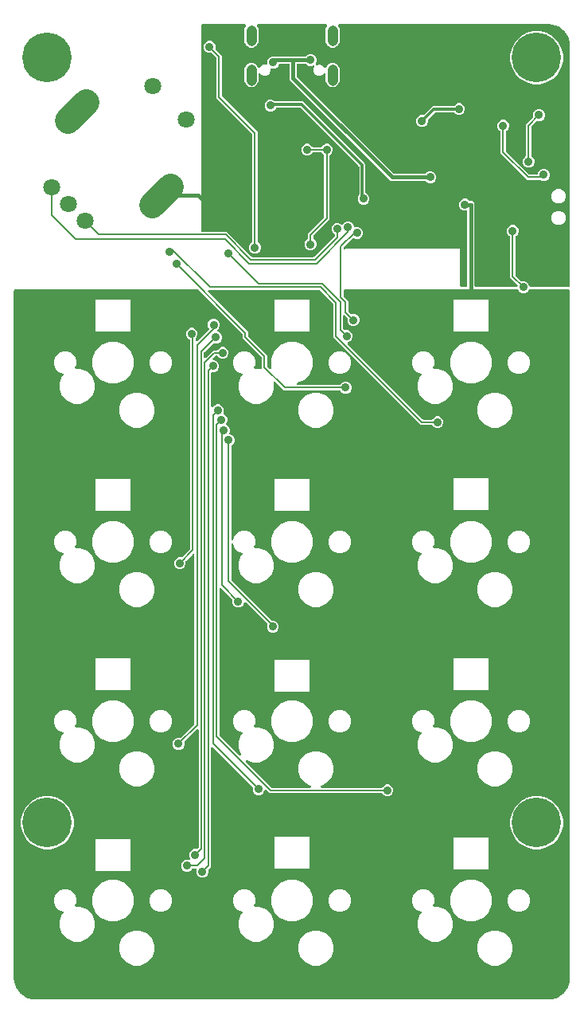
<source format=gbr>
G04 EAGLE Gerber RS-274X export*
G75*
%MOMM*%
%FSLAX34Y34*%
%LPD*%
%INBottom Copper*%
%IPPOS*%
%AMOC8*
5,1,8,0,0,1.08239X$1,22.5*%
G01*
%ADD10C,1.108000*%
%ADD11C,1.800000*%
%ADD12C,2.800000*%
%ADD13C,5.266000*%
%ADD14C,0.906400*%
%ADD15C,0.406400*%
%ADD16C,0.203200*%
%ADD17C,0.304800*%

G36*
X571522Y2543D02*
X571522Y2543D01*
X571600Y2545D01*
X574977Y2810D01*
X575045Y2824D01*
X575114Y2829D01*
X575270Y2869D01*
X581694Y4956D01*
X581801Y5006D01*
X581912Y5050D01*
X581963Y5083D01*
X581982Y5091D01*
X581997Y5104D01*
X582048Y5136D01*
X587512Y9107D01*
X587599Y9188D01*
X587646Y9227D01*
X587652Y9231D01*
X587653Y9232D01*
X587691Y9264D01*
X587729Y9310D01*
X587744Y9324D01*
X587755Y9342D01*
X587793Y9388D01*
X591764Y14852D01*
X591821Y14956D01*
X591885Y15056D01*
X591907Y15113D01*
X591917Y15131D01*
X591922Y15151D01*
X591944Y15206D01*
X594031Y21630D01*
X594044Y21698D01*
X594067Y21764D01*
X594090Y21923D01*
X594355Y25300D01*
X594355Y25304D01*
X594356Y25307D01*
X594355Y25326D01*
X594359Y25400D01*
X594359Y755650D01*
X594344Y755768D01*
X594337Y755887D01*
X594324Y755925D01*
X594319Y755966D01*
X594276Y756076D01*
X594239Y756189D01*
X594217Y756224D01*
X594202Y756261D01*
X594133Y756357D01*
X594069Y756458D01*
X594039Y756486D01*
X594016Y756519D01*
X593924Y756595D01*
X593837Y756676D01*
X593802Y756696D01*
X593771Y756721D01*
X593663Y756772D01*
X593559Y756830D01*
X593519Y756840D01*
X593483Y756857D01*
X593366Y756879D01*
X593251Y756909D01*
X593191Y756913D01*
X593171Y756917D01*
X593150Y756915D01*
X593090Y756919D01*
X551456Y756919D01*
X551427Y756916D01*
X551398Y756918D01*
X551270Y756896D01*
X551141Y756879D01*
X551113Y756869D01*
X551084Y756863D01*
X550966Y756810D01*
X550845Y756762D01*
X550821Y756745D01*
X550794Y756733D01*
X550693Y756652D01*
X550588Y756576D01*
X550569Y756553D01*
X550546Y756534D01*
X550468Y756431D01*
X550385Y756331D01*
X550372Y756304D01*
X550355Y756280D01*
X550284Y756136D01*
X550180Y755885D01*
X548405Y754110D01*
X546085Y753149D01*
X543575Y753149D01*
X541255Y754110D01*
X539480Y755885D01*
X539376Y756136D01*
X539362Y756161D01*
X539353Y756189D01*
X539283Y756299D01*
X539219Y756412D01*
X539198Y756433D01*
X539182Y756458D01*
X539088Y756547D01*
X538997Y756640D01*
X538972Y756656D01*
X538951Y756676D01*
X538837Y756739D01*
X538726Y756807D01*
X538698Y756815D01*
X538672Y756830D01*
X538547Y756862D01*
X538422Y756900D01*
X538393Y756902D01*
X538364Y756909D01*
X538204Y756919D01*
X354584Y756919D01*
X354466Y756904D01*
X354347Y756897D01*
X354309Y756884D01*
X354268Y756879D01*
X354158Y756836D01*
X354045Y756799D01*
X354010Y756777D01*
X353973Y756762D01*
X353877Y756693D01*
X353776Y756629D01*
X353748Y756599D01*
X353715Y756576D01*
X353639Y756484D01*
X353558Y756397D01*
X353538Y756362D01*
X353513Y756331D01*
X353462Y756223D01*
X353404Y756119D01*
X353394Y756079D01*
X353377Y756043D01*
X353355Y755926D01*
X353325Y755811D01*
X353321Y755751D01*
X353317Y755731D01*
X353319Y755710D01*
X353315Y755650D01*
X353315Y750330D01*
X353327Y750232D01*
X353330Y750133D01*
X353347Y750074D01*
X353355Y750014D01*
X353391Y749922D01*
X353419Y749827D01*
X353449Y749775D01*
X353472Y749719D01*
X353530Y749638D01*
X353580Y749553D01*
X353646Y749478D01*
X353658Y749461D01*
X353668Y749453D01*
X353686Y749432D01*
X358395Y744724D01*
X358395Y734473D01*
X358407Y734375D01*
X358410Y734276D01*
X358427Y734218D01*
X358435Y734158D01*
X358471Y734066D01*
X358499Y733971D01*
X358529Y733918D01*
X358552Y733862D01*
X358610Y733782D01*
X358660Y733697D01*
X358726Y733621D01*
X358738Y733605D01*
X358748Y733597D01*
X358766Y733576D01*
X361220Y731122D01*
X361243Y731104D01*
X361263Y731082D01*
X361368Y731007D01*
X361471Y730927D01*
X361498Y730916D01*
X361523Y730899D01*
X361644Y730853D01*
X361763Y730801D01*
X361792Y730796D01*
X361820Y730786D01*
X361949Y730772D01*
X362077Y730751D01*
X362107Y730754D01*
X362136Y730751D01*
X362264Y730769D01*
X362394Y730781D01*
X362422Y730791D01*
X362451Y730795D01*
X362599Y730846D01*
X365110Y730846D01*
X367430Y729885D01*
X369205Y728110D01*
X370166Y725790D01*
X370166Y723280D01*
X369205Y720960D01*
X367430Y719185D01*
X365110Y718224D01*
X362600Y718224D01*
X360280Y719185D01*
X358505Y720960D01*
X357544Y723280D01*
X357544Y725792D01*
X357551Y725815D01*
X357564Y725842D01*
X357592Y725968D01*
X357627Y726093D01*
X357627Y726123D01*
X357634Y726152D01*
X357630Y726282D01*
X357632Y726411D01*
X357625Y726440D01*
X357624Y726470D01*
X357588Y726594D01*
X357558Y726721D01*
X357544Y726747D01*
X357536Y726775D01*
X357470Y726887D01*
X357409Y727002D01*
X357389Y727024D01*
X357374Y727049D01*
X357268Y727170D01*
X354846Y729591D01*
X354737Y729676D01*
X354630Y729765D01*
X354611Y729774D01*
X354595Y729786D01*
X354467Y729842D01*
X354342Y729901D01*
X354322Y729904D01*
X354303Y729912D01*
X354165Y729934D01*
X354029Y729960D01*
X354009Y729959D01*
X353989Y729962D01*
X353850Y729949D01*
X353712Y729941D01*
X353693Y729934D01*
X353673Y729933D01*
X353541Y729885D01*
X353410Y729843D01*
X353392Y729832D01*
X353373Y729825D01*
X353258Y729747D01*
X353141Y729672D01*
X353127Y729658D01*
X353110Y729646D01*
X353018Y729542D01*
X352923Y729441D01*
X352913Y729423D01*
X352900Y729408D01*
X352836Y729284D01*
X352769Y729162D01*
X352764Y729143D01*
X352755Y729125D01*
X352725Y728989D01*
X352690Y728854D01*
X352688Y728826D01*
X352685Y728814D01*
X352686Y728794D01*
X352680Y728694D01*
X352680Y716058D01*
X352692Y715960D01*
X352695Y715861D01*
X352712Y715803D01*
X352720Y715743D01*
X352756Y715651D01*
X352784Y715556D01*
X352814Y715503D01*
X352837Y715447D01*
X352895Y715367D01*
X352945Y715282D01*
X353011Y715206D01*
X353023Y715190D01*
X353033Y715182D01*
X353051Y715161D01*
X354235Y713977D01*
X354258Y713959D01*
X354278Y713937D01*
X354384Y713862D01*
X354486Y713782D01*
X354513Y713771D01*
X354538Y713754D01*
X354659Y713708D01*
X354778Y713656D01*
X354807Y713651D01*
X354835Y713641D01*
X354964Y713627D01*
X355092Y713606D01*
X355122Y713609D01*
X355151Y713606D01*
X355280Y713624D01*
X355409Y713636D01*
X355437Y713646D01*
X355466Y713650D01*
X355614Y713701D01*
X358125Y713701D01*
X360445Y712740D01*
X362220Y710965D01*
X363181Y708645D01*
X363181Y706135D01*
X362220Y703815D01*
X360445Y702040D01*
X358167Y701097D01*
X358124Y701072D01*
X358078Y701055D01*
X357987Y700994D01*
X357891Y700939D01*
X357856Y700905D01*
X357814Y700877D01*
X357742Y700794D01*
X357663Y700718D01*
X357637Y700676D01*
X357604Y700638D01*
X357554Y700540D01*
X357497Y700447D01*
X357482Y700399D01*
X357459Y700355D01*
X357435Y700248D01*
X357403Y700143D01*
X357401Y700093D01*
X357390Y700045D01*
X357393Y699935D01*
X357388Y699825D01*
X357398Y699777D01*
X357399Y699727D01*
X357430Y699621D01*
X357452Y699514D01*
X357474Y699469D01*
X357488Y699421D01*
X357543Y699327D01*
X357592Y699228D01*
X357624Y699190D01*
X357649Y699147D01*
X357756Y699027D01*
X437666Y619116D01*
X437744Y619056D01*
X437816Y618988D01*
X437869Y618959D01*
X437917Y618922D01*
X438008Y618882D01*
X438095Y618834D01*
X438153Y618819D01*
X438209Y618795D01*
X438307Y618780D01*
X438403Y618755D01*
X438503Y618749D01*
X438523Y618745D01*
X438535Y618747D01*
X438563Y618745D01*
X446869Y618745D01*
X446898Y618748D01*
X446928Y618746D01*
X447055Y618768D01*
X447184Y618785D01*
X447212Y618795D01*
X447241Y618801D01*
X447359Y618854D01*
X447480Y618902D01*
X447504Y618919D01*
X447531Y618931D01*
X447632Y619012D01*
X447737Y619088D01*
X447756Y619111D01*
X447779Y619130D01*
X447857Y619233D01*
X447940Y619333D01*
X447953Y619360D01*
X447971Y619384D01*
X448039Y619524D01*
X449815Y621300D01*
X452135Y622261D01*
X454645Y622261D01*
X456965Y621300D01*
X458740Y619525D01*
X459701Y617205D01*
X459701Y614695D01*
X458740Y612375D01*
X456965Y610600D01*
X454645Y609639D01*
X452135Y609639D01*
X449815Y610600D01*
X448039Y612377D01*
X448027Y612397D01*
X448018Y612425D01*
X447948Y612535D01*
X447884Y612648D01*
X447863Y612669D01*
X447848Y612694D01*
X447753Y612783D01*
X447663Y612876D01*
X447637Y612892D01*
X447616Y612912D01*
X447502Y612975D01*
X447392Y613043D01*
X447363Y613051D01*
X447337Y613066D01*
X447212Y613098D01*
X447088Y613136D01*
X447058Y613138D01*
X447030Y613145D01*
X446869Y613155D01*
X435722Y613155D01*
X342645Y706232D01*
X342645Y741267D01*
X342633Y741365D01*
X342630Y741464D01*
X342613Y741522D01*
X342605Y741582D01*
X342569Y741674D01*
X342541Y741769D01*
X342511Y741822D01*
X342488Y741878D01*
X342430Y741958D01*
X342380Y742043D01*
X342314Y742119D01*
X342302Y742135D01*
X342292Y742143D01*
X342274Y742164D01*
X328144Y756294D01*
X328066Y756354D01*
X327994Y756422D01*
X327941Y756451D01*
X327893Y756488D01*
X327802Y756528D01*
X327715Y756576D01*
X327657Y756591D01*
X327601Y756615D01*
X327503Y756630D01*
X327407Y756655D01*
X327307Y756661D01*
X327287Y756665D01*
X327275Y756663D01*
X327247Y756665D01*
X210224Y756665D01*
X210086Y756648D01*
X209947Y756635D01*
X209928Y756628D01*
X209908Y756625D01*
X209779Y756574D01*
X209648Y756527D01*
X209631Y756516D01*
X209612Y756508D01*
X209500Y756427D01*
X209385Y756349D01*
X209371Y756333D01*
X209355Y756322D01*
X209266Y756214D01*
X209174Y756110D01*
X209165Y756092D01*
X209152Y756077D01*
X209093Y755951D01*
X209030Y755827D01*
X209025Y755807D01*
X209017Y755789D01*
X208990Y755652D01*
X208960Y755517D01*
X208961Y755496D01*
X208957Y755477D01*
X208965Y755338D01*
X208970Y755199D01*
X208975Y755179D01*
X208977Y755159D01*
X209019Y755027D01*
X209058Y754893D01*
X209068Y754876D01*
X209075Y754857D01*
X209149Y754739D01*
X209220Y754619D01*
X209238Y754598D01*
X209245Y754588D01*
X209260Y754574D01*
X209326Y754499D01*
X249706Y714119D01*
X251715Y712110D01*
X251715Y707876D01*
X251727Y707778D01*
X251730Y707679D01*
X251747Y707620D01*
X251755Y707560D01*
X251791Y707468D01*
X251819Y707373D01*
X251849Y707321D01*
X251872Y707265D01*
X251930Y707184D01*
X251980Y707099D01*
X252046Y707024D01*
X252058Y707007D01*
X252068Y706999D01*
X252086Y706978D01*
X271958Y687106D01*
X271958Y676130D01*
X271971Y676032D01*
X271974Y675933D01*
X271990Y675874D01*
X271998Y675814D01*
X272035Y675722D01*
X272062Y675627D01*
X272093Y675575D01*
X272115Y675519D01*
X272173Y675439D01*
X272224Y675353D01*
X272290Y675278D01*
X272302Y675261D01*
X272311Y675253D01*
X272330Y675232D01*
X274664Y672898D01*
X274719Y672855D01*
X274768Y672805D01*
X274844Y672759D01*
X274915Y672703D01*
X274979Y672676D01*
X275039Y672639D01*
X275125Y672613D01*
X275207Y672577D01*
X275276Y672566D01*
X275343Y672546D01*
X275432Y672541D01*
X275521Y672527D01*
X275591Y672534D01*
X275660Y672530D01*
X275748Y672549D01*
X275838Y672557D01*
X275904Y672581D01*
X275972Y672595D01*
X276052Y672634D01*
X276137Y672665D01*
X276195Y672704D01*
X276258Y672734D01*
X276326Y672793D01*
X276400Y672843D01*
X276446Y672896D01*
X276500Y672941D01*
X276551Y673014D01*
X276611Y673082D01*
X276643Y673144D01*
X276683Y673201D01*
X276714Y673285D01*
X276755Y673365D01*
X276771Y673433D01*
X276795Y673498D01*
X276805Y673588D01*
X276825Y673675D01*
X276823Y673745D01*
X276831Y673814D01*
X276818Y673903D01*
X276815Y673993D01*
X276796Y674060D01*
X276786Y674129D01*
X276734Y674282D01*
X276409Y675066D01*
X276409Y683834D01*
X279765Y691935D01*
X285965Y698135D01*
X294066Y701491D01*
X302834Y701491D01*
X310935Y698135D01*
X317135Y691935D01*
X320491Y683834D01*
X320491Y675066D01*
X317135Y666965D01*
X310935Y660765D01*
X304300Y658017D01*
X304240Y657982D01*
X304175Y657956D01*
X304102Y657904D01*
X304024Y657859D01*
X303974Y657811D01*
X303918Y657770D01*
X303860Y657700D01*
X303796Y657638D01*
X303759Y657578D01*
X303715Y657525D01*
X303676Y657443D01*
X303630Y657367D01*
X303609Y657300D01*
X303579Y657237D01*
X303562Y657149D01*
X303536Y657063D01*
X303533Y656993D01*
X303519Y656924D01*
X303525Y656835D01*
X303521Y656745D01*
X303535Y656677D01*
X303539Y656607D01*
X303567Y656522D01*
X303585Y656434D01*
X303616Y656371D01*
X303637Y656305D01*
X303685Y656229D01*
X303725Y656148D01*
X303770Y656095D01*
X303807Y656036D01*
X303873Y655974D01*
X303931Y655906D01*
X303988Y655866D01*
X304039Y655818D01*
X304118Y655775D01*
X304191Y655723D01*
X304256Y655698D01*
X304318Y655664D01*
X304404Y655642D01*
X304489Y655610D01*
X304558Y655602D01*
X304625Y655585D01*
X304786Y655575D01*
X349079Y655575D01*
X349108Y655578D01*
X349138Y655576D01*
X349265Y655598D01*
X349394Y655615D01*
X349422Y655625D01*
X349451Y655631D01*
X349569Y655684D01*
X349690Y655732D01*
X349714Y655749D01*
X349741Y655761D01*
X349842Y655842D01*
X349947Y655918D01*
X349966Y655941D01*
X349989Y655960D01*
X350067Y656063D01*
X350150Y656163D01*
X350163Y656190D01*
X350181Y656214D01*
X350249Y656354D01*
X352025Y658130D01*
X354345Y659091D01*
X356855Y659091D01*
X359175Y658130D01*
X360950Y656355D01*
X361911Y654035D01*
X361911Y651525D01*
X360950Y649205D01*
X359175Y647430D01*
X356855Y646469D01*
X354345Y646469D01*
X352025Y647430D01*
X350249Y649207D01*
X350237Y649227D01*
X350228Y649255D01*
X350158Y649365D01*
X350094Y649478D01*
X350073Y649499D01*
X350058Y649524D01*
X349963Y649613D01*
X349873Y649706D01*
X349847Y649722D01*
X349826Y649742D01*
X349712Y649805D01*
X349602Y649873D01*
X349573Y649881D01*
X349547Y649896D01*
X349422Y649928D01*
X349298Y649966D01*
X349268Y649968D01*
X349240Y649975D01*
X349079Y649985D01*
X289672Y649985D01*
X281057Y658600D01*
X280948Y658685D01*
X280841Y658774D01*
X280822Y658783D01*
X280806Y658795D01*
X280678Y658851D01*
X280553Y658910D01*
X280533Y658913D01*
X280514Y658921D01*
X280376Y658943D01*
X280240Y658969D01*
X280220Y658968D01*
X280200Y658971D01*
X280061Y658958D01*
X279923Y658950D01*
X279904Y658943D01*
X279884Y658942D01*
X279752Y658894D01*
X279621Y658852D01*
X279603Y658841D01*
X279584Y658834D01*
X279469Y658756D01*
X279352Y658681D01*
X279338Y658667D01*
X279321Y658655D01*
X279229Y658551D01*
X279134Y658450D01*
X279124Y658432D01*
X279111Y658417D01*
X279047Y658293D01*
X278980Y658171D01*
X278975Y658152D01*
X278966Y658134D01*
X278936Y657998D01*
X278901Y657863D01*
X278899Y657835D01*
X278896Y657823D01*
X278897Y657803D01*
X278891Y657703D01*
X278891Y650362D01*
X276068Y643548D01*
X270852Y638332D01*
X264038Y635509D01*
X256662Y635509D01*
X249848Y638332D01*
X244632Y643548D01*
X241809Y650362D01*
X241809Y657738D01*
X244632Y664552D01*
X245822Y665743D01*
X245853Y665782D01*
X245890Y665816D01*
X245950Y665907D01*
X246017Y665994D01*
X246037Y666040D01*
X246064Y666081D01*
X246100Y666185D01*
X246144Y666286D01*
X246151Y666335D01*
X246167Y666382D01*
X246176Y666491D01*
X246193Y666600D01*
X246189Y666650D01*
X246193Y666699D01*
X246174Y666807D01*
X246164Y666917D01*
X246147Y666963D01*
X246138Y667012D01*
X246093Y667113D01*
X246056Y667216D01*
X246028Y667257D01*
X246008Y667302D01*
X245939Y667388D01*
X245877Y667479D01*
X245840Y667512D01*
X245809Y667551D01*
X245721Y667617D01*
X245639Y667690D01*
X245595Y667712D01*
X245555Y667742D01*
X245411Y667813D01*
X241074Y669609D01*
X237809Y672874D01*
X236042Y677141D01*
X236042Y681759D01*
X237809Y686026D01*
X241074Y689291D01*
X245341Y691058D01*
X249959Y691058D01*
X254226Y689291D01*
X257491Y686026D01*
X259258Y681759D01*
X259258Y677141D01*
X258100Y674346D01*
X258087Y674298D01*
X258066Y674253D01*
X258045Y674145D01*
X258016Y674039D01*
X258016Y673989D01*
X258006Y673940D01*
X258013Y673831D01*
X258011Y673721D01*
X258023Y673673D01*
X258026Y673623D01*
X258060Y673519D01*
X258086Y673412D01*
X258109Y673368D01*
X258124Y673321D01*
X258183Y673228D01*
X258234Y673131D01*
X258268Y673094D01*
X258294Y673052D01*
X258374Y672977D01*
X258448Y672895D01*
X258490Y672868D01*
X258526Y672834D01*
X258622Y672781D01*
X258714Y672721D01*
X258761Y672704D01*
X258804Y672680D01*
X258911Y672653D01*
X259015Y672617D01*
X259064Y672613D01*
X259112Y672601D01*
X259273Y672591D01*
X264038Y672591D01*
X264614Y672352D01*
X264662Y672339D01*
X264707Y672318D01*
X264814Y672297D01*
X264921Y672268D01*
X264970Y672267D01*
X265019Y672258D01*
X265129Y672265D01*
X265238Y672263D01*
X265287Y672275D01*
X265336Y672278D01*
X265441Y672312D01*
X265548Y672337D01*
X265592Y672361D01*
X265639Y672376D01*
X265732Y672435D01*
X265829Y672486D01*
X265866Y672519D01*
X265908Y672546D01*
X265983Y672626D01*
X266064Y672700D01*
X266091Y672741D01*
X266126Y672778D01*
X266179Y672874D01*
X266239Y672966D01*
X266255Y673013D01*
X266279Y673056D01*
X266307Y673162D01*
X266342Y673266D01*
X266346Y673316D01*
X266359Y673364D01*
X266369Y673525D01*
X266369Y684266D01*
X266356Y684364D01*
X266353Y684463D01*
X266337Y684521D01*
X266329Y684581D01*
X266292Y684673D01*
X266265Y684768D01*
X266234Y684820D01*
X266212Y684877D01*
X266154Y684957D01*
X266103Y685042D01*
X266037Y685118D01*
X266025Y685134D01*
X266016Y685142D01*
X265997Y685163D01*
X246125Y705035D01*
X246125Y709269D01*
X246113Y709367D01*
X246110Y709466D01*
X246093Y709524D01*
X246085Y709584D01*
X246049Y709677D01*
X246021Y709772D01*
X245991Y709824D01*
X245968Y709880D01*
X245910Y709960D01*
X245860Y710046D01*
X245794Y710121D01*
X245782Y710137D01*
X245772Y710145D01*
X245754Y710166D01*
X199372Y756548D01*
X199294Y756608D01*
X199222Y756676D01*
X199169Y756705D01*
X199121Y756742D01*
X199030Y756782D01*
X198944Y756830D01*
X198885Y756845D01*
X198829Y756869D01*
X198731Y756884D01*
X198636Y756909D01*
X198536Y756915D01*
X198515Y756919D01*
X198503Y756917D01*
X198475Y756919D01*
X3810Y756919D01*
X3692Y756904D01*
X3573Y756897D01*
X3535Y756884D01*
X3494Y756879D01*
X3384Y756836D01*
X3271Y756799D01*
X3236Y756777D01*
X3199Y756762D01*
X3103Y756693D01*
X3002Y756629D01*
X2974Y756599D01*
X2941Y756576D01*
X2865Y756484D01*
X2784Y756397D01*
X2764Y756362D01*
X2739Y756331D01*
X2688Y756223D01*
X2630Y756119D01*
X2620Y756079D01*
X2603Y756043D01*
X2581Y755926D01*
X2551Y755811D01*
X2547Y755751D01*
X2543Y755731D01*
X2545Y755710D01*
X2541Y755650D01*
X2541Y25400D01*
X2543Y25378D01*
X2545Y25300D01*
X2810Y21923D01*
X2824Y21855D01*
X2829Y21786D01*
X2869Y21630D01*
X4956Y15206D01*
X5006Y15099D01*
X5050Y14988D01*
X5083Y14937D01*
X5091Y14918D01*
X5104Y14903D01*
X5136Y14852D01*
X9107Y9388D01*
X9127Y9366D01*
X9138Y9348D01*
X9184Y9305D01*
X9188Y9301D01*
X9264Y9209D01*
X9310Y9171D01*
X9324Y9156D01*
X9342Y9145D01*
X9388Y9107D01*
X14852Y5136D01*
X14956Y5079D01*
X15056Y5015D01*
X15113Y4993D01*
X15131Y4983D01*
X15151Y4978D01*
X15206Y4956D01*
X21630Y2869D01*
X21698Y2856D01*
X21764Y2833D01*
X21923Y2810D01*
X25300Y2545D01*
X25322Y2546D01*
X25400Y2541D01*
X571500Y2541D01*
X571522Y2543D01*
G37*
G36*
X483988Y759476D02*
X483988Y759476D01*
X484107Y759483D01*
X484145Y759496D01*
X484186Y759501D01*
X484296Y759544D01*
X484409Y759581D01*
X484444Y759603D01*
X484481Y759618D01*
X484577Y759688D01*
X484678Y759751D01*
X484706Y759781D01*
X484739Y759804D01*
X484815Y759896D01*
X484896Y759983D01*
X484916Y760018D01*
X484941Y760049D01*
X484992Y760157D01*
X485050Y760261D01*
X485060Y760301D01*
X485077Y760337D01*
X485099Y760454D01*
X485129Y760569D01*
X485133Y760630D01*
X485137Y760650D01*
X485135Y760670D01*
X485139Y760730D01*
X485139Y839510D01*
X485124Y839628D01*
X485117Y839747D01*
X485104Y839785D01*
X485099Y839826D01*
X485056Y839936D01*
X485019Y840049D01*
X484997Y840084D01*
X484982Y840121D01*
X484913Y840217D01*
X484849Y840318D01*
X484819Y840346D01*
X484796Y840379D01*
X484704Y840455D01*
X484617Y840536D01*
X484582Y840556D01*
X484551Y840581D01*
X484443Y840632D01*
X484339Y840690D01*
X484299Y840700D01*
X484263Y840717D01*
X484146Y840739D01*
X484031Y840769D01*
X483971Y840773D01*
X483951Y840777D01*
X483930Y840775D01*
X483870Y840779D01*
X481345Y840779D01*
X479025Y841740D01*
X477250Y843515D01*
X476289Y845835D01*
X476289Y848345D01*
X477250Y850665D01*
X479025Y852440D01*
X481345Y853401D01*
X483855Y853401D01*
X486175Y852440D01*
X487342Y851272D01*
X487421Y851212D01*
X487493Y851144D01*
X487546Y851115D01*
X487594Y851078D01*
X487685Y851038D01*
X487771Y850990D01*
X487830Y850975D01*
X487885Y850951D01*
X487983Y850936D01*
X488079Y850911D01*
X488179Y850905D01*
X488199Y850901D01*
X488212Y850903D01*
X488240Y850901D01*
X490528Y850901D01*
X492761Y848668D01*
X492761Y760730D01*
X492776Y760612D01*
X492783Y760493D01*
X492796Y760455D01*
X492801Y760414D01*
X492844Y760304D01*
X492881Y760191D01*
X492903Y760156D01*
X492918Y760119D01*
X492987Y760023D01*
X493051Y759922D01*
X493081Y759894D01*
X493104Y759861D01*
X493196Y759786D01*
X493283Y759704D01*
X493318Y759684D01*
X493349Y759659D01*
X493457Y759608D01*
X493561Y759550D01*
X493601Y759540D01*
X493637Y759523D01*
X493754Y759501D01*
X493869Y759471D01*
X493929Y759467D01*
X493949Y759463D01*
X493970Y759465D01*
X494030Y759461D01*
X537250Y759461D01*
X537368Y759476D01*
X537487Y759483D01*
X537525Y759496D01*
X537566Y759501D01*
X537676Y759544D01*
X537789Y759581D01*
X537824Y759603D01*
X537861Y759618D01*
X537957Y759688D01*
X538058Y759751D01*
X538086Y759781D01*
X538119Y759804D01*
X538195Y759896D01*
X538276Y759983D01*
X538296Y760018D01*
X538321Y760049D01*
X538372Y760157D01*
X538430Y760261D01*
X538440Y760301D01*
X538457Y760337D01*
X538479Y760454D01*
X538509Y760569D01*
X538513Y760630D01*
X538517Y760650D01*
X538515Y760670D01*
X538518Y760713D01*
X538526Y760740D01*
X538539Y760767D01*
X538567Y760893D01*
X538602Y761018D01*
X538602Y761048D01*
X538609Y761077D01*
X538605Y761207D01*
X538607Y761336D01*
X538600Y761365D01*
X538599Y761395D01*
X538563Y761519D01*
X538533Y761646D01*
X538519Y761672D01*
X538511Y761700D01*
X538445Y761812D01*
X538384Y761927D01*
X538364Y761949D01*
X538349Y761974D01*
X538243Y762095D01*
X530605Y769732D01*
X530605Y812629D01*
X530602Y812658D01*
X530604Y812688D01*
X530582Y812815D01*
X530565Y812944D01*
X530555Y812972D01*
X530549Y813001D01*
X530496Y813119D01*
X530448Y813240D01*
X530431Y813264D01*
X530419Y813291D01*
X530338Y813392D01*
X530262Y813497D01*
X530239Y813516D01*
X530220Y813539D01*
X530117Y813617D01*
X530017Y813700D01*
X529990Y813713D01*
X529966Y813731D01*
X529826Y813799D01*
X528050Y815575D01*
X527089Y817895D01*
X527089Y820405D01*
X528050Y822725D01*
X529825Y824500D01*
X532145Y825461D01*
X534655Y825461D01*
X536975Y824500D01*
X538750Y822725D01*
X539711Y820405D01*
X539711Y817895D01*
X538750Y815575D01*
X536973Y813799D01*
X536953Y813787D01*
X536925Y813778D01*
X536815Y813708D01*
X536702Y813644D01*
X536681Y813623D01*
X536656Y813608D01*
X536567Y813513D01*
X536474Y813423D01*
X536458Y813397D01*
X536438Y813376D01*
X536375Y813262D01*
X536307Y813152D01*
X536299Y813123D01*
X536284Y813097D01*
X536252Y812972D01*
X536214Y812848D01*
X536212Y812818D01*
X536205Y812790D01*
X536195Y812629D01*
X536195Y772573D01*
X536207Y772475D01*
X536210Y772376D01*
X536227Y772318D01*
X536235Y772258D01*
X536271Y772166D01*
X536299Y772071D01*
X536329Y772018D01*
X536352Y771962D01*
X536410Y771882D01*
X536460Y771797D01*
X536526Y771721D01*
X536538Y771705D01*
X536548Y771697D01*
X536566Y771676D01*
X542195Y766047D01*
X542218Y766029D01*
X542238Y766007D01*
X542343Y765932D01*
X542446Y765852D01*
X542473Y765841D01*
X542498Y765824D01*
X542619Y765778D01*
X542738Y765726D01*
X542767Y765721D01*
X542795Y765711D01*
X542924Y765697D01*
X543052Y765676D01*
X543082Y765679D01*
X543111Y765676D01*
X543239Y765694D01*
X543369Y765706D01*
X543397Y765716D01*
X543426Y765720D01*
X543574Y765771D01*
X546085Y765771D01*
X548405Y764810D01*
X550180Y763035D01*
X551143Y760709D01*
X551156Y760612D01*
X551163Y760493D01*
X551176Y760455D01*
X551181Y760414D01*
X551224Y760304D01*
X551261Y760191D01*
X551283Y760156D01*
X551298Y760119D01*
X551367Y760023D01*
X551431Y759922D01*
X551461Y759894D01*
X551484Y759861D01*
X551576Y759786D01*
X551663Y759704D01*
X551698Y759684D01*
X551729Y759659D01*
X551837Y759608D01*
X551941Y759550D01*
X551981Y759540D01*
X552017Y759523D01*
X552134Y759501D01*
X552249Y759471D01*
X552309Y759467D01*
X552329Y759463D01*
X552350Y759465D01*
X552410Y759461D01*
X593090Y759461D01*
X593208Y759476D01*
X593327Y759483D01*
X593365Y759496D01*
X593406Y759501D01*
X593516Y759544D01*
X593629Y759581D01*
X593664Y759603D01*
X593701Y759618D01*
X593797Y759688D01*
X593898Y759751D01*
X593926Y759781D01*
X593959Y759804D01*
X594035Y759896D01*
X594116Y759983D01*
X594136Y760018D01*
X594161Y760049D01*
X594212Y760157D01*
X594270Y760261D01*
X594280Y760301D01*
X594297Y760337D01*
X594319Y760454D01*
X594349Y760569D01*
X594353Y760630D01*
X594357Y760650D01*
X594355Y760670D01*
X594359Y760730D01*
X594359Y1016000D01*
X594357Y1016022D01*
X594355Y1016100D01*
X594090Y1019477D01*
X594076Y1019545D01*
X594071Y1019614D01*
X594031Y1019770D01*
X591944Y1026194D01*
X591894Y1026301D01*
X591850Y1026412D01*
X591817Y1026463D01*
X591809Y1026482D01*
X591796Y1026497D01*
X591764Y1026548D01*
X587793Y1032012D01*
X587712Y1032099D01*
X587636Y1032191D01*
X587590Y1032229D01*
X587576Y1032244D01*
X587558Y1032255D01*
X587512Y1032293D01*
X584276Y1034645D01*
X582048Y1036264D01*
X581944Y1036321D01*
X581844Y1036385D01*
X581787Y1036407D01*
X581769Y1036417D01*
X581749Y1036422D01*
X581694Y1036444D01*
X575270Y1038531D01*
X575202Y1038544D01*
X575136Y1038567D01*
X574977Y1038590D01*
X571600Y1038855D01*
X571578Y1038854D01*
X571500Y1038859D01*
X348575Y1038859D01*
X348437Y1038842D01*
X348299Y1038829D01*
X348280Y1038822D01*
X348260Y1038819D01*
X348130Y1038768D01*
X348000Y1038721D01*
X347983Y1038710D01*
X347964Y1038702D01*
X347851Y1038621D01*
X347736Y1038543D01*
X347723Y1038527D01*
X347707Y1038516D01*
X347618Y1038408D01*
X347526Y1038304D01*
X347517Y1038286D01*
X347504Y1038271D01*
X347445Y1038145D01*
X347381Y1038021D01*
X347377Y1038001D01*
X347368Y1037983D01*
X347342Y1037847D01*
X347312Y1037711D01*
X347312Y1037690D01*
X347309Y1037671D01*
X347317Y1037532D01*
X347321Y1037393D01*
X347327Y1037373D01*
X347328Y1037353D01*
X347371Y1037221D01*
X347410Y1037087D01*
X347420Y1037070D01*
X347426Y1037051D01*
X347501Y1036933D01*
X347571Y1036813D01*
X347590Y1036792D01*
X347596Y1036782D01*
X347611Y1036768D01*
X347678Y1036692D01*
X347855Y1036516D01*
X348969Y1033826D01*
X348969Y1019834D01*
X347855Y1017144D01*
X345796Y1015085D01*
X343106Y1013971D01*
X340194Y1013971D01*
X337504Y1015085D01*
X335445Y1017144D01*
X334331Y1019834D01*
X334331Y1033826D01*
X335445Y1036516D01*
X335622Y1036692D01*
X335707Y1036802D01*
X335796Y1036909D01*
X335805Y1036928D01*
X335817Y1036944D01*
X335872Y1037071D01*
X335932Y1037197D01*
X335936Y1037217D01*
X335944Y1037236D01*
X335965Y1037373D01*
X335991Y1037510D01*
X335990Y1037530D01*
X335993Y1037550D01*
X335980Y1037688D01*
X335972Y1037827D01*
X335966Y1037846D01*
X335964Y1037866D01*
X335916Y1037998D01*
X335874Y1038129D01*
X335863Y1038146D01*
X335856Y1038166D01*
X335778Y1038281D01*
X335704Y1038398D01*
X335689Y1038412D01*
X335677Y1038429D01*
X335573Y1038521D01*
X335472Y1038616D01*
X335454Y1038626D01*
X335439Y1038639D01*
X335315Y1038703D01*
X335193Y1038770D01*
X335174Y1038775D01*
X335156Y1038784D01*
X335020Y1038814D01*
X334885Y1038849D01*
X334857Y1038851D01*
X334846Y1038854D01*
X334825Y1038853D01*
X334725Y1038859D01*
X262175Y1038859D01*
X262037Y1038842D01*
X261899Y1038829D01*
X261880Y1038822D01*
X261860Y1038819D01*
X261730Y1038768D01*
X261600Y1038721D01*
X261583Y1038710D01*
X261564Y1038702D01*
X261451Y1038621D01*
X261336Y1038543D01*
X261323Y1038527D01*
X261307Y1038516D01*
X261218Y1038408D01*
X261126Y1038304D01*
X261117Y1038286D01*
X261104Y1038271D01*
X261045Y1038145D01*
X260981Y1038021D01*
X260977Y1038001D01*
X260968Y1037983D01*
X260942Y1037847D01*
X260912Y1037711D01*
X260912Y1037690D01*
X260909Y1037671D01*
X260917Y1037532D01*
X260921Y1037393D01*
X260927Y1037373D01*
X260928Y1037353D01*
X260971Y1037221D01*
X261010Y1037087D01*
X261020Y1037070D01*
X261026Y1037051D01*
X261101Y1036933D01*
X261171Y1036813D01*
X261190Y1036792D01*
X261196Y1036782D01*
X261211Y1036768D01*
X261278Y1036692D01*
X261455Y1036516D01*
X262569Y1033826D01*
X262569Y1019834D01*
X261455Y1017144D01*
X259396Y1015085D01*
X256706Y1013971D01*
X253794Y1013971D01*
X251104Y1015085D01*
X249045Y1017144D01*
X247931Y1019834D01*
X247931Y1033826D01*
X249045Y1036516D01*
X249222Y1036692D01*
X249307Y1036802D01*
X249396Y1036909D01*
X249405Y1036928D01*
X249417Y1036944D01*
X249472Y1037071D01*
X249532Y1037197D01*
X249536Y1037217D01*
X249544Y1037236D01*
X249565Y1037373D01*
X249591Y1037510D01*
X249590Y1037530D01*
X249593Y1037550D01*
X249580Y1037688D01*
X249572Y1037827D01*
X249566Y1037846D01*
X249564Y1037866D01*
X249516Y1037998D01*
X249474Y1038129D01*
X249463Y1038146D01*
X249456Y1038166D01*
X249378Y1038281D01*
X249304Y1038398D01*
X249289Y1038412D01*
X249277Y1038429D01*
X249173Y1038521D01*
X249072Y1038616D01*
X249054Y1038626D01*
X249039Y1038639D01*
X248915Y1038703D01*
X248793Y1038770D01*
X248774Y1038775D01*
X248756Y1038784D01*
X248620Y1038814D01*
X248485Y1038849D01*
X248457Y1038851D01*
X248446Y1038854D01*
X248425Y1038853D01*
X248325Y1038859D01*
X203200Y1038859D01*
X203082Y1038844D01*
X202963Y1038837D01*
X202925Y1038824D01*
X202884Y1038819D01*
X202774Y1038776D01*
X202661Y1038739D01*
X202626Y1038717D01*
X202589Y1038702D01*
X202493Y1038633D01*
X202392Y1038569D01*
X202364Y1038539D01*
X202331Y1038516D01*
X202256Y1038424D01*
X202174Y1038337D01*
X202154Y1038302D01*
X202129Y1038271D01*
X202078Y1038163D01*
X202020Y1038059D01*
X202010Y1038019D01*
X201993Y1037983D01*
X201971Y1037866D01*
X201941Y1037751D01*
X201937Y1037691D01*
X201933Y1037671D01*
X201935Y1037650D01*
X201931Y1037590D01*
X201931Y819404D01*
X201946Y819286D01*
X201953Y819167D01*
X201966Y819129D01*
X201971Y819088D01*
X202014Y818978D01*
X202051Y818865D01*
X202073Y818830D01*
X202088Y818793D01*
X202158Y818697D01*
X202221Y818596D01*
X202251Y818568D01*
X202274Y818535D01*
X202366Y818459D01*
X202453Y818378D01*
X202488Y818358D01*
X202519Y818333D01*
X202627Y818282D01*
X202731Y818224D01*
X202771Y818214D01*
X202807Y818197D01*
X202924Y818175D01*
X203039Y818145D01*
X203100Y818141D01*
X203120Y818137D01*
X203140Y818139D01*
X203200Y818135D01*
X229123Y818135D01*
X255421Y791836D01*
X255499Y791776D01*
X255571Y791708D01*
X255624Y791679D01*
X255672Y791642D01*
X255763Y791602D01*
X255850Y791554D01*
X255908Y791539D01*
X255964Y791515D01*
X256062Y791500D01*
X256158Y791475D01*
X256258Y791469D01*
X256278Y791465D01*
X256290Y791467D01*
X256318Y791465D01*
X321191Y791465D01*
X321289Y791477D01*
X321388Y791480D01*
X321446Y791497D01*
X321506Y791505D01*
X321598Y791541D01*
X321693Y791569D01*
X321746Y791599D01*
X321802Y791622D01*
X321882Y791680D01*
X321967Y791730D01*
X322043Y791796D01*
X322059Y791808D01*
X322067Y791818D01*
X322088Y791836D01*
X343544Y813292D01*
X343604Y813370D01*
X343672Y813442D01*
X343701Y813495D01*
X343738Y813543D01*
X343778Y813634D01*
X343826Y813721D01*
X343841Y813779D01*
X343865Y813835D01*
X343880Y813933D01*
X343905Y814029D01*
X343911Y814129D01*
X343915Y814149D01*
X343913Y814161D01*
X343915Y814189D01*
X343915Y814875D01*
X343912Y814904D01*
X343914Y814934D01*
X343892Y815061D01*
X343875Y815190D01*
X343865Y815218D01*
X343859Y815247D01*
X343806Y815365D01*
X343758Y815486D01*
X343741Y815510D01*
X343729Y815537D01*
X343648Y815638D01*
X343572Y815743D01*
X343549Y815762D01*
X343530Y815785D01*
X343427Y815863D01*
X343327Y815946D01*
X343300Y815959D01*
X343276Y815977D01*
X343136Y816045D01*
X341360Y817821D01*
X340399Y820141D01*
X340399Y822651D01*
X341360Y824971D01*
X343135Y826746D01*
X345455Y827707D01*
X347965Y827707D01*
X350285Y826746D01*
X350775Y826256D01*
X350814Y826225D01*
X350848Y826189D01*
X350939Y826128D01*
X351026Y826061D01*
X351072Y826041D01*
X351113Y826014D01*
X351217Y825978D01*
X351318Y825935D01*
X351367Y825927D01*
X351414Y825911D01*
X351523Y825902D01*
X351632Y825885D01*
X351682Y825889D01*
X351731Y825885D01*
X351839Y825904D01*
X351949Y825915D01*
X351995Y825931D01*
X352044Y825940D01*
X352145Y825985D01*
X352248Y826022D01*
X352289Y826050D01*
X352334Y826070D01*
X352420Y826139D01*
X352511Y826201D01*
X352544Y826238D01*
X352583Y826269D01*
X352649Y826357D01*
X352722Y826439D01*
X352744Y826483D01*
X352761Y826506D01*
X354565Y828310D01*
X356885Y829271D01*
X359395Y829271D01*
X361715Y828310D01*
X363490Y826535D01*
X364524Y824038D01*
X364583Y823935D01*
X364635Y823828D01*
X364662Y823797D01*
X364682Y823762D01*
X364765Y823676D01*
X364842Y823586D01*
X364875Y823562D01*
X364903Y823533D01*
X365004Y823471D01*
X365102Y823402D01*
X365140Y823388D01*
X365174Y823367D01*
X365288Y823332D01*
X365399Y823290D01*
X365439Y823285D01*
X365478Y823273D01*
X365597Y823268D01*
X365715Y823255D01*
X365755Y823260D01*
X365796Y823258D01*
X365912Y823282D01*
X366030Y823299D01*
X366087Y823318D01*
X366107Y823323D01*
X366125Y823331D01*
X366183Y823351D01*
X366563Y823509D01*
X369074Y823509D01*
X371393Y822548D01*
X373169Y820773D01*
X374129Y818453D01*
X374129Y815943D01*
X373169Y813623D01*
X371393Y811848D01*
X369074Y810887D01*
X366563Y810887D01*
X364629Y811689D01*
X364600Y811696D01*
X364574Y811710D01*
X364447Y811738D01*
X364322Y811772D01*
X364293Y811773D01*
X364264Y811779D01*
X364134Y811775D01*
X364004Y811778D01*
X363975Y811771D01*
X363946Y811770D01*
X363821Y811734D01*
X363695Y811703D01*
X363669Y811690D01*
X363640Y811681D01*
X363529Y811615D01*
X363414Y811555D01*
X363392Y811535D01*
X363367Y811520D01*
X363246Y811413D01*
X353686Y801854D01*
X353626Y801776D01*
X353558Y801704D01*
X353529Y801651D01*
X353492Y801603D01*
X353452Y801512D01*
X353404Y801425D01*
X353389Y801367D01*
X353365Y801311D01*
X353350Y801213D01*
X353325Y801117D01*
X353319Y801017D01*
X353315Y800997D01*
X353317Y800985D01*
X353315Y800957D01*
X353315Y800880D01*
X353332Y800742D01*
X353345Y800604D01*
X353352Y800585D01*
X353355Y800564D01*
X353406Y800435D01*
X353453Y800304D01*
X353464Y800288D01*
X353472Y800269D01*
X353553Y800156D01*
X353631Y800041D01*
X353647Y800028D01*
X353658Y800011D01*
X353766Y799923D01*
X353870Y799831D01*
X353888Y799822D01*
X353903Y799809D01*
X354029Y799750D01*
X354153Y799686D01*
X354173Y799682D01*
X354191Y799673D01*
X354327Y799647D01*
X354463Y799616D01*
X354484Y799617D01*
X354503Y799613D01*
X354642Y799622D01*
X354781Y799626D01*
X354801Y799632D01*
X354821Y799633D01*
X354953Y799676D01*
X355087Y799715D01*
X355104Y799725D01*
X355123Y799731D01*
X355241Y799805D01*
X355361Y799876D01*
X355382Y799895D01*
X355392Y799901D01*
X355406Y799916D01*
X355482Y799983D01*
X355600Y800101D01*
X477520Y800101D01*
X477521Y800100D01*
X477521Y760730D01*
X477536Y760612D01*
X477543Y760493D01*
X477556Y760455D01*
X477561Y760414D01*
X477604Y760304D01*
X477641Y760191D01*
X477663Y760156D01*
X477678Y760119D01*
X477747Y760023D01*
X477811Y759922D01*
X477841Y759894D01*
X477864Y759861D01*
X477956Y759786D01*
X478043Y759704D01*
X478078Y759684D01*
X478109Y759659D01*
X478217Y759608D01*
X478321Y759550D01*
X478361Y759540D01*
X478397Y759523D01*
X478514Y759501D01*
X478629Y759471D01*
X478689Y759467D01*
X478709Y759463D01*
X478730Y759465D01*
X478790Y759461D01*
X483870Y759461D01*
X483988Y759476D01*
G37*
%LPC*%
G36*
X201945Y132119D02*
X201945Y132119D01*
X199625Y133080D01*
X197850Y134855D01*
X196889Y137175D01*
X196889Y139685D01*
X197115Y140230D01*
X197128Y140278D01*
X197149Y140323D01*
X197170Y140431D01*
X197199Y140537D01*
X197200Y140587D01*
X197209Y140636D01*
X197202Y140745D01*
X197204Y140855D01*
X197192Y140903D01*
X197189Y140953D01*
X197156Y141057D01*
X197130Y141164D01*
X197107Y141208D01*
X197091Y141255D01*
X197033Y141348D01*
X196981Y141445D01*
X196948Y141482D01*
X196921Y141524D01*
X196841Y141599D01*
X196767Y141681D01*
X196726Y141708D01*
X196690Y141742D01*
X196593Y141795D01*
X196502Y141855D01*
X196454Y141872D01*
X196411Y141896D01*
X196305Y141923D01*
X196201Y141959D01*
X196151Y141963D01*
X196103Y141975D01*
X195942Y141985D01*
X193211Y141985D01*
X193182Y141982D01*
X193152Y141984D01*
X193025Y141962D01*
X192896Y141945D01*
X192868Y141935D01*
X192839Y141929D01*
X192721Y141876D01*
X192600Y141828D01*
X192576Y141811D01*
X192549Y141799D01*
X192448Y141718D01*
X192343Y141642D01*
X192324Y141619D01*
X192301Y141600D01*
X192223Y141497D01*
X192140Y141397D01*
X192127Y141370D01*
X192109Y141346D01*
X192041Y141206D01*
X190265Y139430D01*
X187945Y138469D01*
X185435Y138469D01*
X183115Y139430D01*
X181340Y141205D01*
X180379Y143525D01*
X180379Y146035D01*
X181340Y148355D01*
X183115Y150130D01*
X185435Y151091D01*
X187945Y151091D01*
X188644Y150801D01*
X188779Y150764D01*
X188911Y150723D01*
X188932Y150723D01*
X188951Y150717D01*
X189091Y150715D01*
X189229Y150708D01*
X189249Y150712D01*
X189269Y150712D01*
X189405Y150745D01*
X189541Y150773D01*
X189559Y150782D01*
X189578Y150786D01*
X189701Y150851D01*
X189826Y150912D01*
X189842Y150926D01*
X189860Y150935D01*
X189962Y151028D01*
X190068Y151119D01*
X190080Y151135D01*
X190095Y151149D01*
X190171Y151265D01*
X190251Y151379D01*
X190259Y151398D01*
X190270Y151415D01*
X190315Y151546D01*
X190364Y151676D01*
X190366Y151696D01*
X190373Y151715D01*
X190384Y151854D01*
X190399Y151992D01*
X190397Y152012D01*
X190398Y152032D01*
X190374Y152169D01*
X190355Y152307D01*
X190346Y152334D01*
X190344Y152346D01*
X190335Y152364D01*
X190303Y152459D01*
X189269Y154955D01*
X189269Y157465D01*
X190230Y159785D01*
X192005Y161560D01*
X194325Y162521D01*
X196837Y162521D01*
X196860Y162514D01*
X196887Y162501D01*
X197013Y162473D01*
X197138Y162438D01*
X197168Y162438D01*
X197197Y162431D01*
X197327Y162435D01*
X197456Y162433D01*
X197485Y162440D01*
X197515Y162441D01*
X197639Y162477D01*
X197766Y162507D01*
X197792Y162521D01*
X197820Y162529D01*
X197932Y162595D01*
X198047Y162656D01*
X198069Y162676D01*
X198094Y162691D01*
X198215Y162797D01*
X198764Y163346D01*
X198824Y163424D01*
X198892Y163496D01*
X198921Y163549D01*
X198958Y163597D01*
X198998Y163688D01*
X199046Y163775D01*
X199061Y163833D01*
X199085Y163889D01*
X199100Y163987D01*
X199125Y164083D01*
X199131Y164183D01*
X199135Y164203D01*
X199133Y164215D01*
X199135Y164243D01*
X199135Y288639D01*
X199118Y288776D01*
X199105Y288915D01*
X199098Y288934D01*
X199095Y288954D01*
X199044Y289083D01*
X198997Y289214D01*
X198986Y289231D01*
X198978Y289250D01*
X198897Y289362D01*
X198819Y289477D01*
X198803Y289491D01*
X198792Y289507D01*
X198684Y289596D01*
X198580Y289688D01*
X198562Y289697D01*
X198547Y289710D01*
X198421Y289769D01*
X198297Y289833D01*
X198277Y289837D01*
X198259Y289846D01*
X198123Y289872D01*
X197987Y289902D01*
X197966Y289902D01*
X197947Y289905D01*
X197808Y289897D01*
X197669Y289893D01*
X197649Y289887D01*
X197629Y289886D01*
X197497Y289843D01*
X197363Y289804D01*
X197346Y289794D01*
X197327Y289788D01*
X197209Y289713D01*
X197089Y289643D01*
X197068Y289624D01*
X197058Y289617D01*
X197044Y289603D01*
X196969Y289536D01*
X184387Y276955D01*
X184369Y276932D01*
X184347Y276912D01*
X184272Y276806D01*
X184192Y276704D01*
X184181Y276676D01*
X184164Y276652D01*
X184118Y276531D01*
X184066Y276412D01*
X184061Y276383D01*
X184051Y276355D01*
X184037Y276226D01*
X184016Y276098D01*
X184019Y276068D01*
X184016Y276039D01*
X184034Y275910D01*
X184046Y275781D01*
X184056Y275753D01*
X184060Y275724D01*
X184111Y275576D01*
X184111Y273065D01*
X183150Y270745D01*
X181375Y268970D01*
X179055Y268009D01*
X176545Y268009D01*
X174225Y268970D01*
X172450Y270745D01*
X171489Y273065D01*
X171489Y275575D01*
X172450Y277895D01*
X174225Y279670D01*
X176545Y280631D01*
X179057Y280631D01*
X179080Y280624D01*
X179107Y280611D01*
X179233Y280582D01*
X179358Y280548D01*
X179388Y280548D01*
X179417Y280541D01*
X179547Y280545D01*
X179676Y280543D01*
X179705Y280550D01*
X179735Y280551D01*
X179860Y280587D01*
X179986Y280617D01*
X180012Y280631D01*
X180040Y280639D01*
X180152Y280705D01*
X180267Y280766D01*
X180289Y280786D01*
X180314Y280801D01*
X180435Y280907D01*
X194319Y294791D01*
X194379Y294869D01*
X194447Y294941D01*
X194476Y294994D01*
X194513Y295042D01*
X194553Y295133D01*
X194601Y295220D01*
X194616Y295278D01*
X194640Y295334D01*
X194655Y295432D01*
X194680Y295528D01*
X194686Y295628D01*
X194690Y295648D01*
X194688Y295660D01*
X194690Y295688D01*
X194690Y474694D01*
X194673Y474831D01*
X194660Y474970D01*
X194653Y474989D01*
X194650Y475009D01*
X194599Y475138D01*
X194552Y475269D01*
X194541Y475286D01*
X194533Y475305D01*
X194452Y475417D01*
X194374Y475532D01*
X194358Y475546D01*
X194347Y475562D01*
X194239Y475651D01*
X194135Y475743D01*
X194117Y475752D01*
X194102Y475765D01*
X193976Y475824D01*
X193852Y475888D01*
X193832Y475892D01*
X193814Y475901D01*
X193678Y475927D01*
X193542Y475957D01*
X193521Y475957D01*
X193502Y475960D01*
X193363Y475952D01*
X193224Y475948D01*
X193204Y475942D01*
X193184Y475941D01*
X193052Y475898D01*
X192918Y475859D01*
X192901Y475849D01*
X192882Y475843D01*
X192764Y475768D01*
X192644Y475698D01*
X192623Y475679D01*
X192613Y475672D01*
X192599Y475658D01*
X192524Y475591D01*
X185657Y468725D01*
X185639Y468702D01*
X185617Y468682D01*
X185542Y468576D01*
X185462Y468474D01*
X185451Y468446D01*
X185434Y468422D01*
X185388Y468301D01*
X185336Y468182D01*
X185331Y468153D01*
X185321Y468125D01*
X185307Y467996D01*
X185286Y467868D01*
X185289Y467838D01*
X185286Y467809D01*
X185304Y467680D01*
X185316Y467551D01*
X185326Y467523D01*
X185330Y467494D01*
X185381Y467346D01*
X185381Y464835D01*
X184420Y462515D01*
X182645Y460740D01*
X180325Y459779D01*
X177815Y459779D01*
X175495Y460740D01*
X173720Y462515D01*
X172759Y464835D01*
X172759Y467345D01*
X173720Y469665D01*
X175495Y471440D01*
X177815Y472401D01*
X180327Y472401D01*
X180350Y472394D01*
X180377Y472381D01*
X180503Y472352D01*
X180628Y472318D01*
X180658Y472318D01*
X180687Y472311D01*
X180817Y472315D01*
X180946Y472313D01*
X180975Y472320D01*
X181005Y472321D01*
X181130Y472357D01*
X181256Y472387D01*
X181282Y472401D01*
X181310Y472409D01*
X181422Y472475D01*
X181537Y472536D01*
X181559Y472556D01*
X181584Y472571D01*
X181705Y472677D01*
X189874Y480846D01*
X189934Y480924D01*
X190002Y480996D01*
X190031Y481049D01*
X190068Y481097D01*
X190108Y481188D01*
X190156Y481275D01*
X190171Y481333D01*
X190195Y481389D01*
X190210Y481487D01*
X190235Y481583D01*
X190241Y481683D01*
X190245Y481703D01*
X190243Y481715D01*
X190245Y481743D01*
X190245Y702883D01*
X190242Y702912D01*
X190244Y702942D01*
X190222Y703069D01*
X190205Y703198D01*
X190195Y703226D01*
X190190Y703255D01*
X190136Y703373D01*
X190088Y703494D01*
X190071Y703518D01*
X190059Y703545D01*
X189978Y703646D01*
X189902Y703751D01*
X189879Y703770D01*
X189860Y703793D01*
X189757Y703871D01*
X189657Y703954D01*
X189630Y703967D01*
X189606Y703985D01*
X189462Y704055D01*
X188195Y704580D01*
X186420Y706355D01*
X185459Y708675D01*
X185459Y711185D01*
X186420Y713505D01*
X188195Y715280D01*
X190515Y716241D01*
X193025Y716241D01*
X195345Y715280D01*
X197120Y713505D01*
X198081Y711185D01*
X198081Y708675D01*
X197120Y706355D01*
X196206Y705442D01*
X196146Y705363D01*
X196078Y705291D01*
X196049Y705238D01*
X196012Y705190D01*
X195972Y705099D01*
X195924Y705013D01*
X195909Y704954D01*
X195885Y704899D01*
X195870Y704801D01*
X195845Y704705D01*
X195839Y704605D01*
X195835Y704585D01*
X195837Y704572D01*
X195835Y704544D01*
X195835Y703231D01*
X195852Y703094D01*
X195865Y702955D01*
X195872Y702936D01*
X195875Y702916D01*
X195926Y702787D01*
X195973Y702656D01*
X195984Y702639D01*
X195992Y702620D01*
X196073Y702508D01*
X196151Y702393D01*
X196167Y702379D01*
X196178Y702363D01*
X196286Y702274D01*
X196390Y702182D01*
X196408Y702173D01*
X196423Y702160D01*
X196549Y702101D01*
X196673Y702037D01*
X196693Y702033D01*
X196711Y702024D01*
X196847Y701998D01*
X196983Y701968D01*
X197004Y701968D01*
X197023Y701965D01*
X197162Y701973D01*
X197301Y701977D01*
X197321Y701983D01*
X197341Y701984D01*
X197473Y702027D01*
X197607Y702066D01*
X197624Y702076D01*
X197643Y702082D01*
X197761Y702157D01*
X197881Y702227D01*
X197902Y702246D01*
X197912Y702253D01*
X197926Y702267D01*
X198001Y702334D01*
X209834Y714166D01*
X209907Y714261D01*
X209986Y714350D01*
X210004Y714386D01*
X210029Y714418D01*
X210076Y714527D01*
X210130Y714633D01*
X210139Y714672D01*
X210155Y714709D01*
X210174Y714827D01*
X210200Y714943D01*
X210199Y714984D01*
X210205Y715024D01*
X210194Y715142D01*
X210190Y715261D01*
X210179Y715300D01*
X210175Y715340D01*
X210135Y715452D01*
X210102Y715567D01*
X210081Y715601D01*
X210068Y715639D01*
X210001Y715738D01*
X209940Y715841D01*
X209924Y715860D01*
X208954Y718200D01*
X208954Y720710D01*
X209915Y723030D01*
X211690Y724805D01*
X214010Y725766D01*
X216520Y725766D01*
X218840Y724805D01*
X220615Y723030D01*
X221576Y720710D01*
X221576Y718200D01*
X220615Y715880D01*
X218964Y714229D01*
X218933Y714190D01*
X218897Y714156D01*
X218836Y714065D01*
X218769Y713978D01*
X218749Y713932D01*
X218722Y713891D01*
X218686Y713787D01*
X218642Y713686D01*
X218635Y713637D01*
X218619Y713590D01*
X218610Y713480D01*
X218593Y713372D01*
X218597Y713322D01*
X218593Y713273D01*
X218612Y713165D01*
X218622Y713055D01*
X218639Y713008D01*
X218648Y712959D01*
X218693Y712859D01*
X218730Y712756D01*
X218758Y712715D01*
X218778Y712670D01*
X218847Y712584D01*
X218909Y712493D01*
X218946Y712460D01*
X218977Y712421D01*
X219065Y712355D01*
X219147Y712282D01*
X219191Y712260D01*
X219231Y712230D01*
X219376Y712159D01*
X221039Y711470D01*
X222814Y709695D01*
X223775Y707375D01*
X223775Y704865D01*
X222814Y702545D01*
X221039Y700770D01*
X218719Y699809D01*
X216209Y699809D01*
X215796Y699980D01*
X215768Y699988D01*
X215742Y700001D01*
X215615Y700030D01*
X215490Y700064D01*
X215460Y700064D01*
X215431Y700071D01*
X215302Y700067D01*
X215172Y700069D01*
X215143Y700062D01*
X215114Y700061D01*
X214989Y700025D01*
X214862Y699995D01*
X214836Y699981D01*
X214808Y699973D01*
X214696Y699907D01*
X214581Y699846D01*
X214560Y699826D01*
X214534Y699811D01*
X214413Y699705D01*
X205096Y690388D01*
X205036Y690310D01*
X204968Y690238D01*
X204939Y690185D01*
X204902Y690137D01*
X204862Y690046D01*
X204814Y689959D01*
X204799Y689901D01*
X204775Y689845D01*
X204760Y689747D01*
X204735Y689651D01*
X204729Y689551D01*
X204725Y689531D01*
X204727Y689519D01*
X204725Y689491D01*
X204725Y685451D01*
X204742Y685314D01*
X204755Y685175D01*
X204762Y685156D01*
X204765Y685136D01*
X204816Y685007D01*
X204863Y684876D01*
X204874Y684859D01*
X204882Y684840D01*
X204963Y684728D01*
X205041Y684613D01*
X205057Y684599D01*
X205068Y684583D01*
X205176Y684494D01*
X205280Y684402D01*
X205298Y684393D01*
X205313Y684380D01*
X205439Y684321D01*
X205563Y684257D01*
X205583Y684253D01*
X205601Y684244D01*
X205737Y684218D01*
X205873Y684188D01*
X205894Y684188D01*
X205913Y684185D01*
X206052Y684193D01*
X206191Y684197D01*
X206211Y684203D01*
X206231Y684204D01*
X206363Y684247D01*
X206497Y684286D01*
X206514Y684296D01*
X206533Y684302D01*
X206651Y684377D01*
X206771Y684447D01*
X206792Y684466D01*
X206802Y684473D01*
X206816Y684488D01*
X206891Y684554D01*
X214742Y692405D01*
X218269Y692405D01*
X218298Y692408D01*
X218328Y692406D01*
X218455Y692428D01*
X218584Y692445D01*
X218612Y692455D01*
X218641Y692461D01*
X218759Y692514D01*
X218880Y692562D01*
X218904Y692579D01*
X218931Y692591D01*
X219032Y692672D01*
X219137Y692748D01*
X219156Y692771D01*
X219179Y692790D01*
X219257Y692893D01*
X219340Y692993D01*
X219353Y693020D01*
X219371Y693044D01*
X219439Y693184D01*
X221215Y694960D01*
X223535Y695921D01*
X226045Y695921D01*
X228365Y694960D01*
X230140Y693185D01*
X231101Y690865D01*
X231101Y688355D01*
X230140Y686035D01*
X228365Y684260D01*
X226045Y683299D01*
X223535Y683299D01*
X221215Y684260D01*
X219439Y686037D01*
X219427Y686057D01*
X219418Y686085D01*
X219348Y686195D01*
X219284Y686308D01*
X219263Y686329D01*
X219248Y686354D01*
X219153Y686443D01*
X219063Y686536D01*
X219037Y686552D01*
X219016Y686572D01*
X218902Y686635D01*
X218792Y686703D01*
X218763Y686711D01*
X218737Y686726D01*
X218612Y686758D01*
X218488Y686796D01*
X218458Y686798D01*
X218430Y686805D01*
X218269Y686815D01*
X217583Y686815D01*
X217485Y686803D01*
X217386Y686800D01*
X217328Y686783D01*
X217268Y686775D01*
X217176Y686739D01*
X217081Y686711D01*
X217028Y686681D01*
X216972Y686658D01*
X216892Y686600D01*
X216807Y686550D01*
X216731Y686484D01*
X216715Y686472D01*
X216707Y686462D01*
X216686Y686444D01*
X214360Y684117D01*
X214275Y684008D01*
X214186Y683901D01*
X214177Y683882D01*
X214165Y683866D01*
X214109Y683738D01*
X214050Y683613D01*
X214047Y683593D01*
X214039Y683574D01*
X214017Y683436D01*
X213991Y683300D01*
X213992Y683280D01*
X213989Y683260D01*
X214002Y683121D01*
X214010Y682983D01*
X214017Y682964D01*
X214018Y682944D01*
X214066Y682812D01*
X214108Y682681D01*
X214119Y682663D01*
X214126Y682644D01*
X214204Y682529D01*
X214279Y682412D01*
X214293Y682398D01*
X214305Y682381D01*
X214409Y682289D01*
X214510Y682194D01*
X214528Y682184D01*
X214543Y682171D01*
X214667Y682107D01*
X214789Y682040D01*
X214808Y682035D01*
X214826Y682026D01*
X214962Y681996D01*
X215097Y681961D01*
X215125Y681959D01*
X215137Y681956D01*
X215157Y681957D01*
X215257Y681951D01*
X215885Y681951D01*
X218205Y680990D01*
X219980Y679215D01*
X220941Y676895D01*
X220941Y674385D01*
X219980Y672065D01*
X218205Y670290D01*
X215885Y669329D01*
X213614Y669329D01*
X213496Y669314D01*
X213377Y669307D01*
X213339Y669294D01*
X213298Y669289D01*
X213188Y669246D01*
X213075Y669209D01*
X213040Y669187D01*
X213003Y669172D01*
X212907Y669103D01*
X212806Y669039D01*
X212778Y669009D01*
X212745Y668986D01*
X212669Y668894D01*
X212588Y668807D01*
X212568Y668772D01*
X212543Y668741D01*
X212492Y668633D01*
X212434Y668529D01*
X212424Y668489D01*
X212407Y668453D01*
X212385Y668336D01*
X212355Y668221D01*
X212351Y668161D01*
X212347Y668141D01*
X212349Y668120D01*
X212345Y668060D01*
X212345Y633274D01*
X212362Y633136D01*
X212375Y632997D01*
X212382Y632978D01*
X212385Y632958D01*
X212436Y632829D01*
X212483Y632698D01*
X212494Y632681D01*
X212502Y632662D01*
X212583Y632550D01*
X212661Y632435D01*
X212677Y632422D01*
X212688Y632405D01*
X212796Y632316D01*
X212900Y632224D01*
X212918Y632215D01*
X212933Y632202D01*
X213059Y632143D01*
X213183Y632080D01*
X213203Y632075D01*
X213221Y632067D01*
X213358Y632041D01*
X213493Y632010D01*
X213514Y632011D01*
X213533Y632007D01*
X213672Y632016D01*
X213811Y632020D01*
X213831Y632026D01*
X213851Y632027D01*
X213983Y632070D01*
X214117Y632108D01*
X214134Y632119D01*
X214153Y632125D01*
X214271Y632199D01*
X214391Y632270D01*
X214412Y632288D01*
X214422Y632295D01*
X214436Y632310D01*
X214511Y632376D01*
X216135Y634000D01*
X218455Y634961D01*
X220965Y634961D01*
X223285Y634000D01*
X225060Y632225D01*
X226021Y629905D01*
X226021Y627395D01*
X225407Y625913D01*
X225376Y625798D01*
X225337Y625685D01*
X225334Y625645D01*
X225323Y625606D01*
X225321Y625487D01*
X225312Y625368D01*
X225319Y625329D01*
X225318Y625288D01*
X225346Y625172D01*
X225366Y625055D01*
X225383Y625018D01*
X225392Y624979D01*
X225448Y624874D01*
X225497Y624765D01*
X225522Y624734D01*
X225541Y624698D01*
X225621Y624610D01*
X225695Y624517D01*
X225728Y624492D01*
X225755Y624463D01*
X225854Y624397D01*
X225949Y624325D01*
X226003Y624299D01*
X226020Y624288D01*
X226040Y624281D01*
X226094Y624255D01*
X227095Y623840D01*
X228870Y622065D01*
X229831Y619745D01*
X229831Y617235D01*
X228870Y614915D01*
X228666Y614711D01*
X228635Y614672D01*
X228598Y614638D01*
X228538Y614547D01*
X228471Y614460D01*
X228451Y614414D01*
X228424Y614373D01*
X228388Y614269D01*
X228344Y614168D01*
X228337Y614119D01*
X228320Y614072D01*
X228312Y613962D01*
X228295Y613854D01*
X228299Y613804D01*
X228295Y613755D01*
X228314Y613647D01*
X228324Y613537D01*
X228341Y613490D01*
X228350Y613441D01*
X228395Y613341D01*
X228432Y613238D01*
X228460Y613197D01*
X228480Y613151D01*
X228549Y613066D01*
X228611Y612975D01*
X228648Y612942D01*
X228679Y612903D01*
X228766Y612837D01*
X228849Y612764D01*
X228893Y612742D01*
X228933Y612712D01*
X229077Y612641D01*
X229635Y612410D01*
X231410Y610635D01*
X232371Y608315D01*
X232371Y605805D01*
X231911Y604695D01*
X231880Y604580D01*
X231841Y604468D01*
X231838Y604427D01*
X231827Y604388D01*
X231825Y604269D01*
X231816Y604151D01*
X231823Y604111D01*
X231822Y604070D01*
X231850Y603954D01*
X231870Y603837D01*
X231887Y603800D01*
X231896Y603761D01*
X231952Y603656D01*
X232001Y603547D01*
X232026Y603516D01*
X232045Y603480D01*
X232125Y603392D01*
X232199Y603299D01*
X232232Y603274D01*
X232259Y603245D01*
X232358Y603179D01*
X232453Y603108D01*
X232508Y603081D01*
X232525Y603070D01*
X232544Y603063D01*
X232598Y603037D01*
X234497Y602250D01*
X236273Y600475D01*
X237233Y598155D01*
X237233Y595645D01*
X236273Y593325D01*
X234496Y591549D01*
X234475Y591537D01*
X234447Y591528D01*
X234337Y591458D01*
X234225Y591394D01*
X234203Y591373D01*
X234178Y591358D01*
X234089Y591263D01*
X233996Y591173D01*
X233981Y591147D01*
X233960Y591126D01*
X233898Y591012D01*
X233830Y590902D01*
X233821Y590873D01*
X233807Y590847D01*
X233775Y590722D01*
X233736Y590598D01*
X233735Y590568D01*
X233727Y590540D01*
X233717Y590379D01*
X233717Y492028D01*
X233726Y491959D01*
X233725Y491889D01*
X233746Y491802D01*
X233757Y491712D01*
X233783Y491648D01*
X233799Y491580D01*
X233841Y491500D01*
X233874Y491417D01*
X233915Y491360D01*
X233948Y491299D01*
X234008Y491232D01*
X234061Y491159D01*
X234115Y491115D01*
X234162Y491063D01*
X234237Y491014D01*
X234306Y490957D01*
X234369Y490927D01*
X234427Y490889D01*
X234512Y490859D01*
X234594Y490821D01*
X234662Y490808D01*
X234728Y490785D01*
X234818Y490778D01*
X234906Y490761D01*
X234976Y490766D01*
X235045Y490760D01*
X235134Y490776D01*
X235223Y490781D01*
X235290Y490803D01*
X235359Y490815D01*
X235441Y490851D01*
X235526Y490879D01*
X235585Y490916D01*
X235649Y490945D01*
X235719Y491001D01*
X235795Y491049D01*
X235842Y491100D01*
X235897Y491144D01*
X235951Y491215D01*
X236013Y491281D01*
X236046Y491342D01*
X236088Y491398D01*
X236159Y491542D01*
X237809Y495526D01*
X241074Y498791D01*
X245341Y500558D01*
X249959Y500558D01*
X254226Y498791D01*
X257491Y495526D01*
X259258Y491259D01*
X259258Y486641D01*
X258100Y483846D01*
X258087Y483798D01*
X258066Y483753D01*
X258045Y483645D01*
X258016Y483539D01*
X258016Y483489D01*
X258006Y483440D01*
X258013Y483331D01*
X258011Y483221D01*
X258023Y483173D01*
X258026Y483123D01*
X258060Y483019D01*
X258086Y482912D01*
X258109Y482868D01*
X258124Y482821D01*
X258183Y482728D01*
X258234Y482631D01*
X258268Y482594D01*
X258294Y482552D01*
X258374Y482477D01*
X258448Y482395D01*
X258490Y482368D01*
X258526Y482334D01*
X258622Y482281D01*
X258714Y482221D01*
X258761Y482204D01*
X258804Y482180D01*
X258911Y482153D01*
X259015Y482117D01*
X259064Y482113D01*
X259112Y482101D01*
X259273Y482091D01*
X264038Y482091D01*
X270852Y479268D01*
X276068Y474052D01*
X278891Y467238D01*
X278891Y459862D01*
X276068Y453048D01*
X270852Y447832D01*
X264038Y445009D01*
X256662Y445009D01*
X249848Y447832D01*
X244632Y453048D01*
X241809Y459862D01*
X241809Y467238D01*
X244632Y474052D01*
X245822Y475243D01*
X245853Y475282D01*
X245890Y475316D01*
X245950Y475407D01*
X246017Y475494D01*
X246037Y475540D01*
X246064Y475581D01*
X246100Y475685D01*
X246144Y475786D01*
X246151Y475835D01*
X246167Y475882D01*
X246176Y475991D01*
X246193Y476100D01*
X246189Y476150D01*
X246193Y476199D01*
X246174Y476307D01*
X246164Y476417D01*
X246147Y476463D01*
X246138Y476512D01*
X246093Y476613D01*
X246056Y476716D01*
X246028Y476757D01*
X246008Y476802D01*
X245939Y476888D01*
X245877Y476979D01*
X245840Y477012D01*
X245809Y477051D01*
X245721Y477117D01*
X245639Y477190D01*
X245595Y477212D01*
X245555Y477242D01*
X245411Y477313D01*
X241074Y479109D01*
X237809Y482374D01*
X236159Y486358D01*
X236125Y486418D01*
X236099Y486483D01*
X236046Y486556D01*
X236002Y486634D01*
X235953Y486684D01*
X235912Y486741D01*
X235843Y486798D01*
X235780Y486862D01*
X235721Y486899D01*
X235667Y486943D01*
X235586Y486982D01*
X235509Y487029D01*
X235442Y487049D01*
X235379Y487079D01*
X235291Y487096D01*
X235205Y487122D01*
X235136Y487126D01*
X235067Y487139D01*
X234977Y487133D01*
X234888Y487137D01*
X234819Y487123D01*
X234750Y487119D01*
X234664Y487091D01*
X234576Y487073D01*
X234513Y487042D01*
X234447Y487021D01*
X234371Y486973D01*
X234290Y486933D01*
X234237Y486888D01*
X234178Y486851D01*
X234117Y486785D01*
X234048Y486727D01*
X234008Y486670D01*
X233960Y486619D01*
X233917Y486541D01*
X233865Y486467D01*
X233841Y486402D01*
X233807Y486341D01*
X233785Y486254D01*
X233753Y486170D01*
X233745Y486100D01*
X233727Y486033D01*
X233717Y485872D01*
X233717Y448941D01*
X233730Y448843D01*
X233733Y448744D01*
X233749Y448685D01*
X233757Y448625D01*
X233794Y448533D01*
X233821Y448438D01*
X233852Y448386D01*
X233874Y448330D01*
X233932Y448250D01*
X233983Y448164D01*
X234049Y448089D01*
X234061Y448072D01*
X234070Y448065D01*
X234089Y448043D01*
X276670Y405462D01*
X276748Y405402D01*
X276820Y405334D01*
X276873Y405305D01*
X276921Y405268D01*
X277012Y405228D01*
X277099Y405180D01*
X277157Y405165D01*
X277213Y405141D01*
X277311Y405126D01*
X277407Y405101D01*
X277507Y405095D01*
X277527Y405091D01*
X277539Y405093D01*
X277567Y405091D01*
X279385Y405091D01*
X281705Y404130D01*
X283480Y402355D01*
X284441Y400035D01*
X284441Y397525D01*
X283480Y395205D01*
X281705Y393430D01*
X279385Y392469D01*
X276875Y392469D01*
X274555Y393430D01*
X272780Y395205D01*
X271819Y397525D01*
X271819Y400035D01*
X272190Y400930D01*
X272198Y400958D01*
X272211Y400985D01*
X272239Y401111D01*
X272274Y401237D01*
X272274Y401266D01*
X272281Y401295D01*
X272277Y401425D01*
X272279Y401555D01*
X272272Y401583D01*
X272271Y401613D01*
X272235Y401737D01*
X272205Y401864D01*
X272191Y401890D01*
X272183Y401918D01*
X272117Y402030D01*
X272056Y402145D01*
X272036Y402167D01*
X272021Y402192D01*
X271915Y402313D01*
X249663Y424564D01*
X249624Y424595D01*
X249591Y424632D01*
X249499Y424692D01*
X249412Y424759D01*
X249366Y424779D01*
X249325Y424806D01*
X249221Y424842D01*
X249120Y424886D01*
X249071Y424893D01*
X249024Y424909D01*
X248915Y424918D01*
X248806Y424935D01*
X248757Y424931D01*
X248707Y424935D01*
X248599Y424916D01*
X248490Y424906D01*
X248443Y424889D01*
X248394Y424880D01*
X248294Y424835D01*
X248190Y424798D01*
X248149Y424770D01*
X248104Y424750D01*
X248018Y424681D01*
X247927Y424619D01*
X247894Y424582D01*
X247855Y424551D01*
X247789Y424463D01*
X247717Y424381D01*
X247694Y424337D01*
X247664Y424297D01*
X247593Y424153D01*
X246650Y421875D01*
X244875Y420100D01*
X242555Y419139D01*
X240045Y419139D01*
X237725Y420100D01*
X235950Y421875D01*
X234989Y424195D01*
X234989Y426707D01*
X234996Y426730D01*
X235009Y426757D01*
X235038Y426883D01*
X235072Y427008D01*
X235072Y427038D01*
X235079Y427067D01*
X235075Y427197D01*
X235077Y427326D01*
X235070Y427355D01*
X235069Y427385D01*
X235033Y427510D01*
X235003Y427636D01*
X234989Y427662D01*
X234981Y427690D01*
X234915Y427802D01*
X234854Y427917D01*
X234834Y427939D01*
X234819Y427964D01*
X234713Y428085D01*
X223401Y439396D01*
X223292Y439481D01*
X223185Y439570D01*
X223166Y439579D01*
X223150Y439591D01*
X223022Y439647D01*
X222897Y439706D01*
X222877Y439709D01*
X222858Y439717D01*
X222720Y439739D01*
X222584Y439765D01*
X222564Y439764D01*
X222544Y439767D01*
X222405Y439754D01*
X222267Y439746D01*
X222248Y439739D01*
X222228Y439738D01*
X222096Y439690D01*
X221965Y439648D01*
X221947Y439637D01*
X221928Y439630D01*
X221813Y439552D01*
X221696Y439477D01*
X221682Y439463D01*
X221665Y439451D01*
X221573Y439347D01*
X221478Y439246D01*
X221468Y439228D01*
X221455Y439213D01*
X221391Y439089D01*
X221324Y438967D01*
X221319Y438948D01*
X221310Y438930D01*
X221280Y438794D01*
X221245Y438659D01*
X221243Y438631D01*
X221240Y438619D01*
X221241Y438599D01*
X221235Y438499D01*
X221235Y283623D01*
X221247Y283525D01*
X221250Y283426D01*
X221267Y283368D01*
X221275Y283308D01*
X221311Y283216D01*
X221339Y283121D01*
X221369Y283068D01*
X221392Y283012D01*
X221450Y282932D01*
X221500Y282847D01*
X221566Y282771D01*
X221578Y282755D01*
X221588Y282747D01*
X221606Y282726D01*
X242133Y262199D01*
X242188Y262156D01*
X242237Y262106D01*
X242313Y262059D01*
X242384Y262004D01*
X242448Y261977D01*
X242508Y261940D01*
X242594Y261914D01*
X242676Y261878D01*
X242745Y261867D01*
X242812Y261846D01*
X242901Y261842D01*
X242990Y261828D01*
X243060Y261835D01*
X243130Y261831D01*
X243217Y261849D01*
X243307Y261858D01*
X243373Y261882D01*
X243441Y261896D01*
X243522Y261935D01*
X243606Y261965D01*
X243664Y262005D01*
X243727Y262035D01*
X243795Y262094D01*
X243869Y262144D01*
X243915Y262196D01*
X243969Y262242D01*
X244020Y262315D01*
X244080Y262383D01*
X244112Y262445D01*
X244152Y262502D01*
X244184Y262586D01*
X244224Y262666D01*
X244240Y262734D01*
X244264Y262799D01*
X244274Y262888D01*
X244294Y262976D01*
X244292Y263046D01*
X244300Y263115D01*
X244287Y263204D01*
X244284Y263294D01*
X244265Y263361D01*
X244255Y263430D01*
X244203Y263582D01*
X241809Y269362D01*
X241809Y276738D01*
X244632Y283552D01*
X245822Y284743D01*
X245853Y284782D01*
X245890Y284816D01*
X245950Y284907D01*
X246017Y284994D01*
X246037Y285040D01*
X246064Y285081D01*
X246100Y285185D01*
X246144Y285286D01*
X246151Y285335D01*
X246167Y285382D01*
X246176Y285491D01*
X246193Y285600D01*
X246189Y285650D01*
X246193Y285699D01*
X246174Y285807D01*
X246164Y285917D01*
X246147Y285963D01*
X246138Y286012D01*
X246093Y286113D01*
X246056Y286216D01*
X246028Y286257D01*
X246008Y286302D01*
X245939Y286388D01*
X245877Y286479D01*
X245840Y286512D01*
X245809Y286551D01*
X245721Y286617D01*
X245639Y286690D01*
X245595Y286712D01*
X245555Y286742D01*
X245411Y286813D01*
X241074Y288609D01*
X237809Y291874D01*
X236042Y296141D01*
X236042Y300759D01*
X237809Y305026D01*
X241074Y308291D01*
X245341Y310058D01*
X249959Y310058D01*
X254226Y308291D01*
X257491Y305026D01*
X259258Y300759D01*
X259258Y296141D01*
X258100Y293346D01*
X258087Y293298D01*
X258066Y293253D01*
X258045Y293145D01*
X258016Y293039D01*
X258016Y292989D01*
X258006Y292940D01*
X258013Y292831D01*
X258011Y292721D01*
X258023Y292673D01*
X258026Y292623D01*
X258060Y292519D01*
X258086Y292412D01*
X258109Y292368D01*
X258124Y292321D01*
X258183Y292228D01*
X258234Y292131D01*
X258268Y292094D01*
X258294Y292052D01*
X258374Y291977D01*
X258448Y291895D01*
X258490Y291868D01*
X258526Y291834D01*
X258622Y291781D01*
X258714Y291721D01*
X258761Y291704D01*
X258804Y291680D01*
X258911Y291653D01*
X259015Y291617D01*
X259064Y291613D01*
X259112Y291601D01*
X259273Y291591D01*
X264038Y291591D01*
X270852Y288768D01*
X276068Y283552D01*
X278891Y276738D01*
X278891Y269362D01*
X276068Y262548D01*
X270852Y257332D01*
X264038Y254509D01*
X256662Y254509D01*
X250882Y256903D01*
X250815Y256922D01*
X250751Y256949D01*
X250662Y256963D01*
X250576Y256987D01*
X250506Y256988D01*
X250437Y256999D01*
X250347Y256991D01*
X250258Y256992D01*
X250190Y256976D01*
X250120Y256969D01*
X250036Y256939D01*
X249948Y256918D01*
X249887Y256885D01*
X249821Y256862D01*
X249747Y256811D01*
X249667Y256769D01*
X249616Y256723D01*
X249558Y256683D01*
X249498Y256616D01*
X249432Y256555D01*
X249394Y256497D01*
X249347Y256445D01*
X249307Y256365D01*
X249257Y256290D01*
X249235Y256224D01*
X249203Y256162D01*
X249183Y256074D01*
X249154Y255989D01*
X249148Y255919D01*
X249133Y255851D01*
X249136Y255762D01*
X249129Y255672D01*
X249141Y255603D01*
X249143Y255533D01*
X249168Y255447D01*
X249183Y255359D01*
X249212Y255295D01*
X249231Y255228D01*
X249277Y255150D01*
X249314Y255069D01*
X249357Y255014D01*
X249393Y254954D01*
X249499Y254833D01*
X276376Y227956D01*
X276454Y227896D01*
X276526Y227828D01*
X276579Y227799D01*
X276627Y227762D01*
X276718Y227722D01*
X276805Y227674D01*
X276863Y227659D01*
X276919Y227635D01*
X277017Y227620D01*
X277113Y227595D01*
X277213Y227589D01*
X277233Y227585D01*
X277245Y227587D01*
X277273Y227585D01*
X317462Y227585D01*
X317531Y227593D01*
X317601Y227592D01*
X317688Y227613D01*
X317777Y227625D01*
X317842Y227650D01*
X317910Y227667D01*
X317989Y227709D01*
X318073Y227742D01*
X318129Y227783D01*
X318191Y227815D01*
X318258Y227876D01*
X318330Y227928D01*
X318375Y227982D01*
X318426Y228029D01*
X318476Y228104D01*
X318533Y228173D01*
X318563Y228237D01*
X318601Y228295D01*
X318630Y228380D01*
X318669Y228461D01*
X318682Y228530D01*
X318704Y228596D01*
X318711Y228685D01*
X318728Y228773D01*
X318724Y228843D01*
X318730Y228913D01*
X318714Y229001D01*
X318709Y229091D01*
X318687Y229157D01*
X318675Y229226D01*
X318638Y229308D01*
X318611Y229393D01*
X318573Y229452D01*
X318545Y229516D01*
X318489Y229586D01*
X318440Y229662D01*
X318390Y229710D01*
X318346Y229764D01*
X318274Y229819D01*
X318209Y229880D01*
X318148Y229914D01*
X318092Y229956D01*
X317947Y230027D01*
X313348Y231932D01*
X308132Y237148D01*
X305309Y243962D01*
X305309Y251338D01*
X308132Y258152D01*
X313348Y263368D01*
X320162Y266191D01*
X327538Y266191D01*
X334352Y263368D01*
X339568Y258152D01*
X342391Y251338D01*
X342391Y243962D01*
X339568Y237148D01*
X334352Y231932D01*
X329753Y230027D01*
X329692Y229992D01*
X329627Y229966D01*
X329555Y229914D01*
X329476Y229869D01*
X329426Y229821D01*
X329370Y229780D01*
X329312Y229710D01*
X329248Y229648D01*
X329212Y229588D01*
X329167Y229535D01*
X329129Y229453D01*
X329082Y229377D01*
X329061Y229310D01*
X329031Y229247D01*
X329015Y229159D01*
X328988Y229073D01*
X328985Y229003D01*
X328972Y228934D01*
X328977Y228845D01*
X328973Y228755D01*
X328987Y228687D01*
X328991Y228617D01*
X329019Y228532D01*
X329037Y228444D01*
X329068Y228381D01*
X329089Y228315D01*
X329137Y228239D01*
X329177Y228158D01*
X329222Y228105D01*
X329260Y228046D01*
X329325Y227984D01*
X329383Y227916D01*
X329440Y227876D01*
X329491Y227828D01*
X329570Y227785D01*
X329643Y227733D01*
X329709Y227708D01*
X329770Y227674D01*
X329857Y227652D01*
X329941Y227620D01*
X330010Y227612D01*
X330078Y227595D01*
X330238Y227585D01*
X393529Y227585D01*
X393558Y227588D01*
X393588Y227586D01*
X393715Y227608D01*
X393844Y227625D01*
X393872Y227635D01*
X393901Y227641D01*
X394019Y227694D01*
X394140Y227742D01*
X394164Y227759D01*
X394191Y227771D01*
X394292Y227852D01*
X394397Y227928D01*
X394416Y227951D01*
X394439Y227970D01*
X394517Y228073D01*
X394600Y228173D01*
X394613Y228200D01*
X394631Y228224D01*
X394699Y228364D01*
X396475Y230140D01*
X398795Y231101D01*
X401305Y231101D01*
X403625Y230140D01*
X405400Y228365D01*
X406361Y226045D01*
X406361Y223535D01*
X405400Y221215D01*
X403625Y219440D01*
X401305Y218479D01*
X398795Y218479D01*
X396475Y219440D01*
X394699Y221217D01*
X394687Y221237D01*
X394678Y221265D01*
X394608Y221375D01*
X394544Y221488D01*
X394523Y221509D01*
X394508Y221534D01*
X394413Y221623D01*
X394323Y221716D01*
X394297Y221732D01*
X394276Y221752D01*
X394162Y221815D01*
X394052Y221883D01*
X394023Y221891D01*
X393997Y221906D01*
X393872Y221938D01*
X393748Y221976D01*
X393718Y221978D01*
X393690Y221985D01*
X393529Y221995D01*
X274432Y221995D01*
X271253Y225174D01*
X271214Y225205D01*
X271181Y225242D01*
X271089Y225302D01*
X271002Y225369D01*
X270956Y225389D01*
X270915Y225416D01*
X270811Y225452D01*
X270710Y225496D01*
X270661Y225503D01*
X270614Y225519D01*
X270505Y225528D01*
X270396Y225545D01*
X270347Y225541D01*
X270297Y225545D01*
X270189Y225526D01*
X270080Y225516D01*
X270033Y225499D01*
X269984Y225490D01*
X269884Y225445D01*
X269780Y225408D01*
X269739Y225380D01*
X269694Y225360D01*
X269608Y225291D01*
X269517Y225229D01*
X269484Y225192D01*
X269445Y225161D01*
X269379Y225073D01*
X269307Y224991D01*
X269284Y224947D01*
X269254Y224907D01*
X269183Y224763D01*
X268240Y222485D01*
X266465Y220710D01*
X264145Y219749D01*
X261635Y219749D01*
X259315Y220710D01*
X257540Y222485D01*
X256579Y224805D01*
X256579Y227317D01*
X256586Y227340D01*
X256599Y227367D01*
X256627Y227493D01*
X256662Y227618D01*
X256662Y227648D01*
X256669Y227677D01*
X256665Y227807D01*
X256667Y227936D01*
X256660Y227965D01*
X256659Y227995D01*
X256623Y228119D01*
X256593Y228246D01*
X256579Y228272D01*
X256571Y228300D01*
X256505Y228412D01*
X256444Y228527D01*
X256424Y228549D01*
X256409Y228574D01*
X256303Y228695D01*
X214511Y270486D01*
X214402Y270571D01*
X214295Y270660D01*
X214276Y270669D01*
X214260Y270681D01*
X214132Y270737D01*
X214007Y270796D01*
X213987Y270799D01*
X213968Y270807D01*
X213830Y270829D01*
X213694Y270855D01*
X213674Y270854D01*
X213654Y270857D01*
X213515Y270844D01*
X213377Y270836D01*
X213358Y270829D01*
X213338Y270828D01*
X213206Y270780D01*
X213075Y270738D01*
X213057Y270727D01*
X213038Y270720D01*
X212923Y270642D01*
X212806Y270567D01*
X212792Y270553D01*
X212775Y270541D01*
X212683Y270437D01*
X212588Y270336D01*
X212578Y270318D01*
X212565Y270303D01*
X212501Y270179D01*
X212434Y270057D01*
X212429Y270038D01*
X212420Y270020D01*
X212390Y269884D01*
X212355Y269749D01*
X212353Y269721D01*
X212350Y269709D01*
X212351Y269689D01*
X212345Y269589D01*
X212345Y143622D01*
X209787Y141065D01*
X209769Y141042D01*
X209747Y141022D01*
X209672Y140917D01*
X209592Y140814D01*
X209581Y140787D01*
X209564Y140762D01*
X209518Y140641D01*
X209466Y140522D01*
X209461Y140493D01*
X209451Y140465D01*
X209437Y140336D01*
X209416Y140208D01*
X209419Y140178D01*
X209416Y140149D01*
X209434Y140021D01*
X209446Y139891D01*
X209456Y139863D01*
X209460Y139834D01*
X209511Y139686D01*
X209511Y137175D01*
X208550Y134855D01*
X206775Y133080D01*
X204455Y132119D01*
X201945Y132119D01*
G37*
%LPD*%
%LPC*%
G36*
X444515Y869989D02*
X444515Y869989D01*
X442195Y870950D01*
X441028Y872118D01*
X440949Y872178D01*
X440877Y872246D01*
X440824Y872275D01*
X440776Y872312D01*
X440685Y872352D01*
X440599Y872400D01*
X440540Y872415D01*
X440485Y872439D01*
X440387Y872454D01*
X440291Y872479D01*
X440191Y872485D01*
X440171Y872489D01*
X440158Y872487D01*
X440130Y872489D01*
X403552Y872489D01*
X295909Y980132D01*
X295909Y995680D01*
X295894Y995798D01*
X295887Y995917D01*
X295874Y995955D01*
X295869Y995996D01*
X295826Y996106D01*
X295789Y996219D01*
X295767Y996254D01*
X295752Y996291D01*
X295683Y996387D01*
X295619Y996488D01*
X295589Y996516D01*
X295566Y996549D01*
X295474Y996625D01*
X295387Y996706D01*
X295352Y996726D01*
X295321Y996751D01*
X295213Y996802D01*
X295109Y996860D01*
X295069Y996870D01*
X295033Y996887D01*
X294916Y996909D01*
X294801Y996939D01*
X294741Y996943D01*
X294721Y996947D01*
X294700Y996945D01*
X294640Y996949D01*
X285576Y996949D01*
X285547Y996946D01*
X285518Y996948D01*
X285390Y996926D01*
X285261Y996909D01*
X285233Y996899D01*
X285204Y996894D01*
X285086Y996840D01*
X284965Y996792D01*
X284941Y996775D01*
X284914Y996763D01*
X284813Y996682D01*
X284708Y996606D01*
X284689Y996583D01*
X284666Y996564D01*
X284588Y996461D01*
X284505Y996361D01*
X284492Y996334D01*
X284475Y996310D01*
X284404Y996166D01*
X283774Y994645D01*
X281999Y992870D01*
X279679Y991909D01*
X277169Y991909D01*
X277096Y991939D01*
X277048Y991953D01*
X277003Y991974D01*
X276895Y991994D01*
X276789Y992023D01*
X276739Y992024D01*
X276690Y992034D01*
X276581Y992027D01*
X276471Y992029D01*
X276423Y992017D01*
X276373Y992014D01*
X276269Y991980D01*
X276162Y991954D01*
X276118Y991931D01*
X276071Y991916D01*
X275978Y991857D01*
X275881Y991806D01*
X275844Y991772D01*
X275802Y991746D01*
X275726Y991666D01*
X275645Y991592D01*
X275618Y991550D01*
X275584Y991514D01*
X275531Y991418D01*
X275471Y991326D01*
X275454Y991279D01*
X275430Y991236D01*
X275403Y991129D01*
X275367Y991025D01*
X275363Y990976D01*
X275351Y990928D01*
X275341Y990767D01*
X275341Y988878D01*
X274459Y986750D01*
X272830Y985121D01*
X270702Y984239D01*
X268398Y984239D01*
X266270Y985121D01*
X264735Y986655D01*
X264626Y986740D01*
X264519Y986829D01*
X264500Y986838D01*
X264484Y986850D01*
X264356Y986906D01*
X264231Y986965D01*
X264211Y986968D01*
X264192Y986976D01*
X264054Y986998D01*
X263918Y987024D01*
X263898Y987023D01*
X263878Y987026D01*
X263739Y987013D01*
X263601Y987005D01*
X263582Y986998D01*
X263562Y986997D01*
X263430Y986949D01*
X263299Y986907D01*
X263281Y986896D01*
X263262Y986889D01*
X263147Y986811D01*
X263030Y986736D01*
X263016Y986722D01*
X262999Y986710D01*
X262907Y986606D01*
X262812Y986505D01*
X262802Y986487D01*
X262789Y986472D01*
X262725Y986348D01*
X262658Y986226D01*
X262653Y986207D01*
X262644Y986189D01*
X262614Y986053D01*
X262579Y985918D01*
X262577Y985890D01*
X262574Y985878D01*
X262575Y985858D01*
X262569Y985758D01*
X262569Y978034D01*
X261455Y975344D01*
X259396Y973285D01*
X256706Y972171D01*
X253794Y972171D01*
X251104Y973285D01*
X249045Y975344D01*
X247931Y978034D01*
X247931Y992026D01*
X249045Y994716D01*
X251104Y996775D01*
X253794Y997889D01*
X256706Y997889D01*
X259396Y996775D01*
X261455Y994716D01*
X262166Y992998D01*
X262235Y992877D01*
X262300Y992754D01*
X262314Y992739D01*
X262324Y992721D01*
X262421Y992621D01*
X262514Y992519D01*
X262531Y992508D01*
X262545Y992493D01*
X262664Y992420D01*
X262780Y992344D01*
X262799Y992337D01*
X262816Y992327D01*
X262949Y992286D01*
X263081Y992241D01*
X263101Y992239D01*
X263120Y992233D01*
X263259Y992227D01*
X263398Y992216D01*
X263418Y992219D01*
X263438Y992218D01*
X263574Y992246D01*
X263711Y992270D01*
X263729Y992278D01*
X263749Y992282D01*
X263875Y992344D01*
X264001Y992401D01*
X264017Y992413D01*
X264035Y992422D01*
X264141Y992512D01*
X264249Y992599D01*
X264262Y992615D01*
X264277Y992628D01*
X264357Y992742D01*
X264441Y992853D01*
X264453Y992878D01*
X264460Y992888D01*
X264467Y992907D01*
X264511Y992998D01*
X264641Y993310D01*
X266270Y994939D01*
X268398Y995821D01*
X270844Y995821D01*
X270962Y995836D01*
X271081Y995843D01*
X271119Y995856D01*
X271160Y995861D01*
X271270Y995904D01*
X271383Y995941D01*
X271418Y995963D01*
X271455Y995978D01*
X271551Y996047D01*
X271652Y996111D01*
X271680Y996141D01*
X271713Y996164D01*
X271789Y996256D01*
X271870Y996343D01*
X271890Y996378D01*
X271915Y996409D01*
X271966Y996517D01*
X272024Y996621D01*
X272034Y996661D01*
X272051Y996697D01*
X272073Y996814D01*
X272103Y996929D01*
X272107Y996989D01*
X272111Y997009D01*
X272109Y997030D01*
X272113Y997090D01*
X272113Y999475D01*
X273074Y1001795D01*
X274849Y1003570D01*
X277169Y1004531D01*
X278820Y1004531D01*
X278918Y1004543D01*
X279017Y1004546D01*
X279075Y1004563D01*
X279135Y1004571D01*
X279136Y1004571D01*
X312636Y1004571D01*
X312734Y1004583D01*
X312833Y1004586D01*
X312892Y1004603D01*
X312952Y1004611D01*
X313044Y1004647D01*
X313139Y1004675D01*
X313191Y1004705D01*
X313247Y1004728D01*
X313327Y1004786D01*
X313413Y1004836D01*
X313488Y1004902D01*
X313505Y1004914D01*
X313513Y1004924D01*
X313534Y1004942D01*
X314701Y1006110D01*
X317021Y1007071D01*
X319531Y1007071D01*
X321851Y1006110D01*
X323626Y1004335D01*
X324587Y1002015D01*
X324587Y999505D01*
X323584Y997083D01*
X323547Y996949D01*
X323506Y996816D01*
X323505Y996796D01*
X323500Y996776D01*
X323498Y996637D01*
X323491Y996498D01*
X323495Y996479D01*
X323495Y996458D01*
X323527Y996323D01*
X323555Y996187D01*
X323564Y996169D01*
X323569Y996149D01*
X323634Y996026D01*
X323695Y995901D01*
X323708Y995886D01*
X323718Y995868D01*
X323811Y995765D01*
X323901Y995659D01*
X323918Y995648D01*
X323931Y995633D01*
X324048Y995556D01*
X324161Y995476D01*
X324180Y995469D01*
X324197Y995458D01*
X324329Y995413D01*
X324459Y995363D01*
X324479Y995361D01*
X324498Y995355D01*
X324637Y995344D01*
X324775Y995328D01*
X324795Y995331D01*
X324815Y995329D01*
X324952Y995353D01*
X325090Y995373D01*
X325116Y995382D01*
X325128Y995384D01*
X325147Y995392D01*
X325242Y995425D01*
X326198Y995821D01*
X328502Y995821D01*
X330630Y994939D01*
X332259Y993310D01*
X332389Y992998D01*
X332457Y992877D01*
X332522Y992754D01*
X332536Y992739D01*
X332546Y992721D01*
X332643Y992621D01*
X332736Y992519D01*
X332753Y992508D01*
X332767Y992493D01*
X332886Y992420D01*
X333002Y992344D01*
X333021Y992337D01*
X333038Y992327D01*
X333172Y992286D01*
X333303Y992241D01*
X333323Y992239D01*
X333342Y992233D01*
X333481Y992227D01*
X333620Y992216D01*
X333640Y992219D01*
X333660Y992218D01*
X333796Y992246D01*
X333933Y992270D01*
X333952Y992278D01*
X333972Y992282D01*
X334097Y992343D01*
X334223Y992401D01*
X334239Y992413D01*
X334257Y992422D01*
X334364Y992513D01*
X334472Y992599D01*
X334484Y992615D01*
X334499Y992628D01*
X334580Y992742D01*
X334663Y992853D01*
X334675Y992878D01*
X334682Y992888D01*
X334690Y992907D01*
X334734Y992998D01*
X335445Y994716D01*
X337504Y996775D01*
X340194Y997889D01*
X343106Y997889D01*
X345796Y996775D01*
X347855Y994716D01*
X348969Y992026D01*
X348969Y978034D01*
X347855Y975344D01*
X345796Y973285D01*
X343106Y972171D01*
X340194Y972171D01*
X337504Y973285D01*
X335445Y975344D01*
X334331Y978034D01*
X334331Y985758D01*
X334314Y985895D01*
X334301Y986034D01*
X334294Y986053D01*
X334291Y986073D01*
X334240Y986202D01*
X334193Y986333D01*
X334182Y986350D01*
X334174Y986369D01*
X334093Y986481D01*
X334015Y986596D01*
X333999Y986610D01*
X333988Y986626D01*
X333880Y986715D01*
X333776Y986807D01*
X333758Y986816D01*
X333743Y986829D01*
X333617Y986888D01*
X333493Y986952D01*
X333473Y986956D01*
X333455Y986965D01*
X333318Y986991D01*
X333183Y987021D01*
X333162Y987021D01*
X333143Y987024D01*
X333004Y987016D01*
X332865Y987012D01*
X332845Y987006D01*
X332825Y987005D01*
X332693Y986962D01*
X332559Y986923D01*
X332542Y986913D01*
X332523Y986907D01*
X332405Y986832D01*
X332285Y986762D01*
X332264Y986743D01*
X332254Y986736D01*
X332240Y986721D01*
X332165Y986655D01*
X330630Y985121D01*
X328502Y984239D01*
X326198Y984239D01*
X324070Y985121D01*
X322441Y986750D01*
X321559Y988878D01*
X321559Y991182D01*
X322440Y993309D01*
X322477Y993443D01*
X322518Y993576D01*
X322519Y993596D01*
X322524Y993616D01*
X322526Y993755D01*
X322533Y993894D01*
X322529Y993913D01*
X322529Y993934D01*
X322497Y994069D01*
X322469Y994205D01*
X322460Y994223D01*
X322455Y994243D01*
X322390Y994366D01*
X322329Y994491D01*
X322316Y994506D01*
X322306Y994524D01*
X322213Y994627D01*
X322123Y994733D01*
X322106Y994744D01*
X322093Y994759D01*
X321976Y994836D01*
X321863Y994916D01*
X321844Y994923D01*
X321827Y994934D01*
X321695Y994979D01*
X321565Y995029D01*
X321545Y995031D01*
X321526Y995037D01*
X321387Y995048D01*
X321249Y995064D01*
X321229Y995061D01*
X321209Y995063D01*
X321072Y995039D01*
X320934Y995019D01*
X320908Y995010D01*
X320896Y995008D01*
X320877Y995000D01*
X320782Y994967D01*
X319531Y994449D01*
X317021Y994449D01*
X314701Y995410D01*
X313534Y996578D01*
X313455Y996638D01*
X313383Y996706D01*
X313330Y996735D01*
X313282Y996772D01*
X313191Y996812D01*
X313105Y996860D01*
X313046Y996875D01*
X312991Y996899D01*
X312893Y996914D01*
X312797Y996939D01*
X312697Y996945D01*
X312677Y996949D01*
X312664Y996947D01*
X312636Y996949D01*
X304800Y996949D01*
X304682Y996934D01*
X304563Y996927D01*
X304525Y996914D01*
X304484Y996909D01*
X304374Y996866D01*
X304261Y996829D01*
X304226Y996807D01*
X304189Y996792D01*
X304093Y996723D01*
X303992Y996659D01*
X303964Y996629D01*
X303931Y996606D01*
X303855Y996514D01*
X303774Y996427D01*
X303754Y996392D01*
X303729Y996361D01*
X303678Y996253D01*
X303620Y996149D01*
X303610Y996109D01*
X303593Y996073D01*
X303571Y995956D01*
X303541Y995841D01*
X303537Y995781D01*
X303533Y995761D01*
X303535Y995740D01*
X303531Y995680D01*
X303531Y983814D01*
X303543Y983716D01*
X303546Y983617D01*
X303563Y983559D01*
X303571Y983499D01*
X303607Y983407D01*
X303635Y983311D01*
X303665Y983259D01*
X303688Y983203D01*
X303746Y983123D01*
X303796Y983038D01*
X303862Y982962D01*
X303874Y982946D01*
X303884Y982938D01*
X303902Y982917D01*
X406337Y880482D01*
X406415Y880422D01*
X406487Y880354D01*
X406540Y880325D01*
X406588Y880288D01*
X406679Y880248D01*
X406766Y880200D01*
X406824Y880185D01*
X406880Y880161D01*
X406978Y880146D01*
X407074Y880121D01*
X407174Y880115D01*
X407194Y880111D01*
X407206Y880113D01*
X407234Y880111D01*
X440130Y880111D01*
X440228Y880123D01*
X440327Y880126D01*
X440386Y880143D01*
X440446Y880151D01*
X440538Y880187D01*
X440633Y880215D01*
X440685Y880245D01*
X440741Y880268D01*
X440821Y880326D01*
X440907Y880376D01*
X440982Y880442D01*
X440999Y880454D01*
X441007Y880464D01*
X441028Y880482D01*
X442195Y881650D01*
X444515Y882611D01*
X447025Y882611D01*
X449345Y881650D01*
X451120Y879875D01*
X452081Y877555D01*
X452081Y875045D01*
X451120Y872725D01*
X449345Y870950D01*
X447025Y869989D01*
X444515Y869989D01*
G37*
%LPD*%
%LPC*%
G36*
X555099Y975191D02*
X555099Y975191D01*
X547950Y977107D01*
X541541Y980807D01*
X536307Y986041D01*
X532607Y992450D01*
X530691Y999599D01*
X530691Y1007001D01*
X532607Y1014150D01*
X536307Y1020559D01*
X541541Y1025793D01*
X547950Y1029493D01*
X555099Y1031409D01*
X562501Y1031409D01*
X569650Y1029493D01*
X576059Y1025793D01*
X581293Y1020559D01*
X584993Y1014150D01*
X586909Y1007001D01*
X586909Y999599D01*
X584993Y992450D01*
X581293Y986041D01*
X576059Y980807D01*
X569650Y977107D01*
X562501Y975191D01*
X555099Y975191D01*
G37*
%LPD*%
%LPC*%
G36*
X34399Y162391D02*
X34399Y162391D01*
X27250Y164307D01*
X20841Y168007D01*
X15607Y173241D01*
X11907Y179650D01*
X9991Y186799D01*
X9991Y194201D01*
X11907Y201350D01*
X15607Y207759D01*
X20841Y212993D01*
X27250Y216693D01*
X34399Y218609D01*
X41801Y218609D01*
X48950Y216693D01*
X55359Y212993D01*
X60593Y207759D01*
X64293Y201350D01*
X66209Y194201D01*
X66209Y186799D01*
X64293Y179650D01*
X60593Y173241D01*
X55359Y168007D01*
X48950Y164307D01*
X41801Y162391D01*
X34399Y162391D01*
G37*
%LPD*%
%LPC*%
G36*
X555099Y162391D02*
X555099Y162391D01*
X547950Y164307D01*
X541541Y168007D01*
X536307Y173241D01*
X532607Y179650D01*
X530691Y186799D01*
X530691Y194201D01*
X532607Y201350D01*
X536307Y207759D01*
X541541Y212993D01*
X547950Y216693D01*
X555099Y218609D01*
X562501Y218609D01*
X569650Y216693D01*
X576059Y212993D01*
X581293Y207759D01*
X584993Y201350D01*
X586909Y194201D01*
X586909Y186799D01*
X584993Y179650D01*
X581293Y173241D01*
X576059Y168007D01*
X569650Y164307D01*
X562501Y162391D01*
X555099Y162391D01*
G37*
%LPD*%
%LPC*%
G36*
X294066Y466909D02*
X294066Y466909D01*
X285965Y470265D01*
X279765Y476465D01*
X276409Y484566D01*
X276409Y493334D01*
X279765Y501435D01*
X285965Y507635D01*
X294066Y510991D01*
X302834Y510991D01*
X310935Y507635D01*
X317135Y501435D01*
X320491Y493334D01*
X320491Y484566D01*
X317135Y476465D01*
X310935Y470265D01*
X302834Y466909D01*
X294066Y466909D01*
G37*
%LPD*%
%LPC*%
G36*
X484566Y466909D02*
X484566Y466909D01*
X476465Y470265D01*
X470265Y476465D01*
X466909Y484566D01*
X466909Y493334D01*
X470265Y501435D01*
X476465Y507635D01*
X484566Y510991D01*
X493334Y510991D01*
X501435Y507635D01*
X507635Y501435D01*
X510991Y493334D01*
X510991Y484566D01*
X507635Y476465D01*
X501435Y470265D01*
X493334Y466909D01*
X484566Y466909D01*
G37*
%LPD*%
%LPC*%
G36*
X103566Y466909D02*
X103566Y466909D01*
X95465Y470265D01*
X89265Y476465D01*
X85909Y484566D01*
X85909Y493334D01*
X89265Y501435D01*
X95465Y507635D01*
X103566Y510991D01*
X112334Y510991D01*
X120435Y507635D01*
X126635Y501435D01*
X129991Y493334D01*
X129991Y484566D01*
X126635Y476465D01*
X120435Y470265D01*
X112334Y466909D01*
X103566Y466909D01*
G37*
%LPD*%
%LPC*%
G36*
X484566Y276409D02*
X484566Y276409D01*
X476465Y279765D01*
X470265Y285965D01*
X466909Y294066D01*
X466909Y302834D01*
X470265Y310935D01*
X476465Y317135D01*
X484566Y320491D01*
X493334Y320491D01*
X501435Y317135D01*
X507635Y310935D01*
X510991Y302834D01*
X510991Y294066D01*
X507635Y285965D01*
X501435Y279765D01*
X493334Y276409D01*
X484566Y276409D01*
G37*
%LPD*%
%LPC*%
G36*
X294066Y276409D02*
X294066Y276409D01*
X285965Y279765D01*
X279765Y285965D01*
X276409Y294066D01*
X276409Y302834D01*
X279765Y310935D01*
X285965Y317135D01*
X294066Y320491D01*
X302834Y320491D01*
X310935Y317135D01*
X317135Y310935D01*
X320491Y302834D01*
X320491Y294066D01*
X317135Y285965D01*
X310935Y279765D01*
X302834Y276409D01*
X294066Y276409D01*
G37*
%LPD*%
%LPC*%
G36*
X103566Y657409D02*
X103566Y657409D01*
X95465Y660765D01*
X89265Y666965D01*
X85909Y675066D01*
X85909Y683834D01*
X89265Y691935D01*
X95465Y698135D01*
X103566Y701491D01*
X112334Y701491D01*
X120435Y698135D01*
X126635Y691935D01*
X129991Y683834D01*
X129991Y675066D01*
X126635Y666965D01*
X120435Y660765D01*
X112334Y657409D01*
X103566Y657409D01*
G37*
%LPD*%
%LPC*%
G36*
X103566Y85909D02*
X103566Y85909D01*
X95465Y89265D01*
X89265Y95465D01*
X85909Y103566D01*
X85909Y112334D01*
X89265Y120435D01*
X95465Y126635D01*
X103566Y129991D01*
X112334Y129991D01*
X120435Y126635D01*
X126635Y120435D01*
X129991Y112334D01*
X129991Y103566D01*
X126635Y95465D01*
X120435Y89265D01*
X112334Y85909D01*
X103566Y85909D01*
G37*
%LPD*%
%LPC*%
G36*
X294066Y85909D02*
X294066Y85909D01*
X285965Y89265D01*
X279765Y95465D01*
X276409Y103566D01*
X276409Y112334D01*
X279765Y120435D01*
X285965Y126635D01*
X294066Y129991D01*
X302834Y129991D01*
X310935Y126635D01*
X317135Y120435D01*
X320491Y112334D01*
X320491Y103566D01*
X317135Y95465D01*
X310935Y89265D01*
X302834Y85909D01*
X294066Y85909D01*
G37*
%LPD*%
%LPC*%
G36*
X484566Y85909D02*
X484566Y85909D01*
X476465Y89265D01*
X470265Y95465D01*
X466909Y103566D01*
X466909Y112334D01*
X470265Y120435D01*
X476465Y126635D01*
X484566Y129991D01*
X493334Y129991D01*
X501435Y126635D01*
X507635Y120435D01*
X510991Y112334D01*
X510991Y103566D01*
X507635Y95465D01*
X501435Y89265D01*
X493334Y85909D01*
X484566Y85909D01*
G37*
%LPD*%
%LPC*%
G36*
X103566Y276409D02*
X103566Y276409D01*
X95465Y279765D01*
X89265Y285965D01*
X85909Y294066D01*
X85909Y302834D01*
X89265Y310935D01*
X95465Y317135D01*
X103566Y320491D01*
X112334Y320491D01*
X120435Y317135D01*
X126635Y310935D01*
X129991Y302834D01*
X129991Y294066D01*
X126635Y285965D01*
X120435Y279765D01*
X112334Y276409D01*
X103566Y276409D01*
G37*
%LPD*%
%LPC*%
G36*
X484566Y657409D02*
X484566Y657409D01*
X476465Y660765D01*
X470265Y666965D01*
X466909Y675066D01*
X466909Y683834D01*
X470265Y691935D01*
X476465Y698135D01*
X484566Y701491D01*
X493334Y701491D01*
X501435Y698135D01*
X507635Y691935D01*
X510991Y683834D01*
X510991Y675066D01*
X507635Y666965D01*
X501435Y660765D01*
X493334Y657409D01*
X484566Y657409D01*
G37*
%LPD*%
%LPC*%
G36*
X66162Y254509D02*
X66162Y254509D01*
X59348Y257332D01*
X54132Y262548D01*
X51309Y269362D01*
X51309Y276738D01*
X54132Y283552D01*
X55322Y284743D01*
X55353Y284782D01*
X55390Y284816D01*
X55450Y284907D01*
X55517Y284994D01*
X55537Y285040D01*
X55564Y285081D01*
X55600Y285185D01*
X55644Y285286D01*
X55651Y285335D01*
X55667Y285382D01*
X55676Y285491D01*
X55693Y285600D01*
X55689Y285650D01*
X55693Y285699D01*
X55674Y285807D01*
X55664Y285917D01*
X55647Y285963D01*
X55638Y286012D01*
X55593Y286113D01*
X55556Y286216D01*
X55528Y286257D01*
X55508Y286302D01*
X55439Y286388D01*
X55377Y286479D01*
X55340Y286512D01*
X55309Y286551D01*
X55221Y286617D01*
X55139Y286690D01*
X55095Y286712D01*
X55055Y286742D01*
X54911Y286813D01*
X50574Y288609D01*
X47309Y291874D01*
X45542Y296141D01*
X45542Y300759D01*
X47309Y305026D01*
X50574Y308291D01*
X54841Y310058D01*
X59459Y310058D01*
X63726Y308291D01*
X66991Y305026D01*
X68758Y300759D01*
X68758Y296141D01*
X67600Y293346D01*
X67587Y293298D01*
X67566Y293253D01*
X67545Y293145D01*
X67516Y293039D01*
X67516Y292989D01*
X67506Y292940D01*
X67513Y292831D01*
X67511Y292721D01*
X67523Y292673D01*
X67526Y292623D01*
X67560Y292519D01*
X67586Y292412D01*
X67609Y292368D01*
X67624Y292321D01*
X67683Y292228D01*
X67734Y292131D01*
X67768Y292094D01*
X67794Y292052D01*
X67874Y291977D01*
X67948Y291895D01*
X67990Y291868D01*
X68026Y291834D01*
X68122Y291781D01*
X68214Y291721D01*
X68261Y291704D01*
X68304Y291680D01*
X68411Y291653D01*
X68515Y291617D01*
X68564Y291613D01*
X68612Y291601D01*
X68773Y291591D01*
X73538Y291591D01*
X80352Y288768D01*
X85568Y283552D01*
X88391Y276738D01*
X88391Y269362D01*
X85568Y262548D01*
X80352Y257332D01*
X73538Y254509D01*
X66162Y254509D01*
G37*
%LPD*%
%LPC*%
G36*
X447162Y254509D02*
X447162Y254509D01*
X440348Y257332D01*
X435132Y262548D01*
X432309Y269362D01*
X432309Y276738D01*
X435132Y283552D01*
X436322Y284743D01*
X436353Y284782D01*
X436390Y284816D01*
X436450Y284907D01*
X436517Y284994D01*
X436537Y285040D01*
X436564Y285081D01*
X436600Y285185D01*
X436644Y285286D01*
X436651Y285335D01*
X436667Y285382D01*
X436676Y285491D01*
X436693Y285600D01*
X436689Y285650D01*
X436693Y285699D01*
X436674Y285807D01*
X436664Y285917D01*
X436647Y285963D01*
X436638Y286012D01*
X436593Y286113D01*
X436556Y286216D01*
X436528Y286257D01*
X436508Y286302D01*
X436439Y286388D01*
X436377Y286479D01*
X436340Y286512D01*
X436309Y286551D01*
X436221Y286617D01*
X436139Y286690D01*
X436095Y286712D01*
X436055Y286742D01*
X435911Y286813D01*
X431574Y288609D01*
X428309Y291874D01*
X426542Y296141D01*
X426542Y300759D01*
X428309Y305026D01*
X431574Y308291D01*
X435841Y310058D01*
X440459Y310058D01*
X444726Y308291D01*
X447991Y305026D01*
X449758Y300759D01*
X449758Y296141D01*
X448600Y293346D01*
X448587Y293298D01*
X448566Y293253D01*
X448545Y293145D01*
X448516Y293039D01*
X448516Y292989D01*
X448506Y292940D01*
X448513Y292831D01*
X448511Y292721D01*
X448523Y292673D01*
X448526Y292623D01*
X448560Y292519D01*
X448586Y292412D01*
X448609Y292368D01*
X448624Y292321D01*
X448683Y292228D01*
X448734Y292131D01*
X448768Y292094D01*
X448794Y292052D01*
X448874Y291977D01*
X448948Y291895D01*
X448990Y291868D01*
X449026Y291834D01*
X449122Y291781D01*
X449214Y291721D01*
X449261Y291704D01*
X449304Y291680D01*
X449411Y291653D01*
X449515Y291617D01*
X449564Y291613D01*
X449612Y291601D01*
X449773Y291591D01*
X454538Y291591D01*
X461352Y288768D01*
X466568Y283552D01*
X469391Y276738D01*
X469391Y269362D01*
X466568Y262548D01*
X461352Y257332D01*
X454538Y254509D01*
X447162Y254509D01*
G37*
%LPD*%
%LPC*%
G36*
X447162Y635509D02*
X447162Y635509D01*
X440348Y638332D01*
X435132Y643548D01*
X432309Y650362D01*
X432309Y657738D01*
X435132Y664552D01*
X436322Y665743D01*
X436353Y665782D01*
X436390Y665816D01*
X436450Y665907D01*
X436517Y665994D01*
X436537Y666040D01*
X436564Y666081D01*
X436600Y666185D01*
X436644Y666286D01*
X436651Y666335D01*
X436667Y666382D01*
X436676Y666491D01*
X436693Y666600D01*
X436689Y666650D01*
X436693Y666699D01*
X436674Y666807D01*
X436664Y666917D01*
X436647Y666963D01*
X436638Y667012D01*
X436593Y667113D01*
X436556Y667216D01*
X436528Y667257D01*
X436508Y667302D01*
X436439Y667388D01*
X436377Y667479D01*
X436340Y667512D01*
X436309Y667551D01*
X436221Y667617D01*
X436139Y667690D01*
X436095Y667712D01*
X436055Y667742D01*
X435911Y667813D01*
X431574Y669609D01*
X428309Y672874D01*
X426542Y677141D01*
X426542Y681759D01*
X428309Y686026D01*
X431574Y689291D01*
X435841Y691058D01*
X440459Y691058D01*
X444726Y689291D01*
X447991Y686026D01*
X449758Y681759D01*
X449758Y677141D01*
X448600Y674346D01*
X448587Y674298D01*
X448566Y674253D01*
X448545Y674145D01*
X448516Y674039D01*
X448516Y673989D01*
X448506Y673940D01*
X448513Y673831D01*
X448511Y673721D01*
X448523Y673673D01*
X448526Y673623D01*
X448560Y673519D01*
X448586Y673412D01*
X448609Y673368D01*
X448624Y673321D01*
X448683Y673228D01*
X448734Y673131D01*
X448768Y673094D01*
X448794Y673052D01*
X448874Y672977D01*
X448948Y672895D01*
X448990Y672868D01*
X449026Y672834D01*
X449122Y672781D01*
X449214Y672721D01*
X449261Y672704D01*
X449304Y672680D01*
X449411Y672653D01*
X449515Y672617D01*
X449564Y672613D01*
X449612Y672601D01*
X449773Y672591D01*
X454538Y672591D01*
X461352Y669768D01*
X466568Y664552D01*
X469391Y657738D01*
X469391Y650362D01*
X466568Y643548D01*
X461352Y638332D01*
X454538Y635509D01*
X447162Y635509D01*
G37*
%LPD*%
%LPC*%
G36*
X447162Y64009D02*
X447162Y64009D01*
X440348Y66832D01*
X435132Y72048D01*
X432309Y78862D01*
X432309Y86238D01*
X435132Y93052D01*
X436322Y94243D01*
X436353Y94282D01*
X436390Y94316D01*
X436450Y94407D01*
X436517Y94494D01*
X436537Y94540D01*
X436564Y94581D01*
X436600Y94685D01*
X436644Y94786D01*
X436651Y94835D01*
X436667Y94882D01*
X436676Y94991D01*
X436693Y95100D01*
X436689Y95150D01*
X436693Y95199D01*
X436674Y95307D01*
X436664Y95417D01*
X436647Y95463D01*
X436638Y95512D01*
X436593Y95613D01*
X436556Y95716D01*
X436528Y95757D01*
X436508Y95802D01*
X436439Y95888D01*
X436377Y95979D01*
X436340Y96012D01*
X436309Y96051D01*
X436221Y96117D01*
X436139Y96190D01*
X436095Y96212D01*
X436055Y96242D01*
X435911Y96313D01*
X431574Y98109D01*
X428309Y101374D01*
X426542Y105641D01*
X426542Y110259D01*
X428309Y114526D01*
X431574Y117791D01*
X435841Y119558D01*
X440459Y119558D01*
X444726Y117791D01*
X447991Y114526D01*
X449758Y110259D01*
X449758Y105641D01*
X448600Y102846D01*
X448587Y102798D01*
X448566Y102753D01*
X448545Y102645D01*
X448516Y102539D01*
X448516Y102489D01*
X448506Y102440D01*
X448513Y102331D01*
X448511Y102221D01*
X448523Y102173D01*
X448526Y102123D01*
X448560Y102019D01*
X448586Y101912D01*
X448609Y101868D01*
X448624Y101821D01*
X448683Y101728D01*
X448734Y101631D01*
X448768Y101594D01*
X448794Y101552D01*
X448874Y101477D01*
X448948Y101395D01*
X448990Y101368D01*
X449026Y101334D01*
X449122Y101281D01*
X449214Y101221D01*
X449261Y101204D01*
X449304Y101180D01*
X449411Y101153D01*
X449515Y101117D01*
X449564Y101113D01*
X449612Y101101D01*
X449773Y101091D01*
X454538Y101091D01*
X461352Y98268D01*
X466568Y93052D01*
X469391Y86238D01*
X469391Y78862D01*
X466568Y72048D01*
X461352Y66832D01*
X454538Y64009D01*
X447162Y64009D01*
G37*
%LPD*%
%LPC*%
G36*
X66162Y635509D02*
X66162Y635509D01*
X59348Y638332D01*
X54132Y643548D01*
X51309Y650362D01*
X51309Y657738D01*
X54132Y664552D01*
X55322Y665743D01*
X55353Y665782D01*
X55390Y665816D01*
X55450Y665907D01*
X55517Y665994D01*
X55537Y666040D01*
X55564Y666081D01*
X55600Y666185D01*
X55644Y666286D01*
X55651Y666335D01*
X55667Y666382D01*
X55676Y666491D01*
X55693Y666600D01*
X55689Y666650D01*
X55693Y666699D01*
X55674Y666807D01*
X55664Y666917D01*
X55647Y666963D01*
X55638Y667012D01*
X55593Y667113D01*
X55556Y667216D01*
X55528Y667257D01*
X55508Y667302D01*
X55439Y667388D01*
X55377Y667479D01*
X55340Y667512D01*
X55309Y667551D01*
X55221Y667617D01*
X55139Y667690D01*
X55095Y667712D01*
X55055Y667742D01*
X54911Y667813D01*
X50574Y669609D01*
X47309Y672874D01*
X45542Y677141D01*
X45542Y681759D01*
X47309Y686026D01*
X50574Y689291D01*
X54841Y691058D01*
X59459Y691058D01*
X63726Y689291D01*
X66991Y686026D01*
X68758Y681759D01*
X68758Y677141D01*
X67600Y674346D01*
X67587Y674298D01*
X67566Y674253D01*
X67545Y674145D01*
X67516Y674039D01*
X67516Y673989D01*
X67506Y673940D01*
X67513Y673831D01*
X67511Y673721D01*
X67523Y673673D01*
X67526Y673623D01*
X67560Y673519D01*
X67586Y673412D01*
X67609Y673368D01*
X67624Y673321D01*
X67683Y673228D01*
X67734Y673131D01*
X67768Y673094D01*
X67794Y673052D01*
X67874Y672977D01*
X67948Y672895D01*
X67990Y672868D01*
X68026Y672834D01*
X68122Y672781D01*
X68214Y672721D01*
X68261Y672704D01*
X68304Y672680D01*
X68411Y672653D01*
X68515Y672617D01*
X68564Y672613D01*
X68612Y672601D01*
X68773Y672591D01*
X73538Y672591D01*
X80352Y669768D01*
X85568Y664552D01*
X88391Y657738D01*
X88391Y650362D01*
X85568Y643548D01*
X80352Y638332D01*
X73538Y635509D01*
X66162Y635509D01*
G37*
%LPD*%
%LPC*%
G36*
X256662Y64009D02*
X256662Y64009D01*
X249848Y66832D01*
X244632Y72048D01*
X241809Y78862D01*
X241809Y86238D01*
X244632Y93052D01*
X245822Y94243D01*
X245853Y94282D01*
X245890Y94316D01*
X245950Y94407D01*
X246017Y94494D01*
X246037Y94540D01*
X246064Y94581D01*
X246100Y94685D01*
X246144Y94786D01*
X246151Y94835D01*
X246167Y94882D01*
X246176Y94991D01*
X246193Y95100D01*
X246189Y95150D01*
X246193Y95199D01*
X246174Y95307D01*
X246164Y95417D01*
X246147Y95463D01*
X246138Y95512D01*
X246093Y95613D01*
X246056Y95716D01*
X246028Y95757D01*
X246008Y95802D01*
X245939Y95888D01*
X245877Y95979D01*
X245840Y96012D01*
X245809Y96051D01*
X245721Y96117D01*
X245639Y96190D01*
X245595Y96212D01*
X245555Y96242D01*
X245411Y96313D01*
X241074Y98109D01*
X237809Y101374D01*
X236042Y105641D01*
X236042Y110259D01*
X237809Y114526D01*
X241074Y117791D01*
X245341Y119558D01*
X249959Y119558D01*
X254226Y117791D01*
X257491Y114526D01*
X259258Y110259D01*
X259258Y105641D01*
X258100Y102846D01*
X258087Y102798D01*
X258066Y102753D01*
X258045Y102645D01*
X258016Y102539D01*
X258016Y102489D01*
X258006Y102440D01*
X258013Y102331D01*
X258011Y102221D01*
X258023Y102173D01*
X258026Y102123D01*
X258060Y102019D01*
X258086Y101912D01*
X258109Y101868D01*
X258124Y101821D01*
X258183Y101728D01*
X258234Y101631D01*
X258268Y101594D01*
X258294Y101552D01*
X258374Y101477D01*
X258448Y101395D01*
X258490Y101368D01*
X258526Y101334D01*
X258622Y101281D01*
X258714Y101221D01*
X258761Y101204D01*
X258804Y101180D01*
X258911Y101153D01*
X259015Y101117D01*
X259064Y101113D01*
X259112Y101101D01*
X259273Y101091D01*
X264038Y101091D01*
X270852Y98268D01*
X276068Y93052D01*
X278891Y86238D01*
X278891Y78862D01*
X276068Y72048D01*
X270852Y66832D01*
X264038Y64009D01*
X256662Y64009D01*
G37*
%LPD*%
%LPC*%
G36*
X66162Y64009D02*
X66162Y64009D01*
X59348Y66832D01*
X54132Y72048D01*
X51309Y78862D01*
X51309Y86238D01*
X54132Y93052D01*
X55322Y94243D01*
X55353Y94282D01*
X55390Y94316D01*
X55450Y94407D01*
X55517Y94494D01*
X55537Y94540D01*
X55564Y94581D01*
X55600Y94685D01*
X55644Y94786D01*
X55651Y94835D01*
X55667Y94882D01*
X55676Y94991D01*
X55693Y95100D01*
X55689Y95150D01*
X55693Y95199D01*
X55674Y95307D01*
X55664Y95417D01*
X55647Y95463D01*
X55638Y95512D01*
X55593Y95613D01*
X55556Y95716D01*
X55528Y95757D01*
X55508Y95802D01*
X55439Y95888D01*
X55377Y95979D01*
X55340Y96012D01*
X55309Y96051D01*
X55221Y96117D01*
X55139Y96190D01*
X55095Y96212D01*
X55055Y96242D01*
X54911Y96313D01*
X50574Y98109D01*
X47309Y101374D01*
X45542Y105641D01*
X45542Y110259D01*
X47309Y114526D01*
X50574Y117791D01*
X54841Y119558D01*
X59459Y119558D01*
X63726Y117791D01*
X66991Y114526D01*
X68758Y110259D01*
X68758Y105641D01*
X67600Y102846D01*
X67587Y102798D01*
X67566Y102753D01*
X67545Y102645D01*
X67516Y102539D01*
X67516Y102489D01*
X67506Y102440D01*
X67513Y102331D01*
X67511Y102221D01*
X67523Y102173D01*
X67526Y102123D01*
X67560Y102019D01*
X67586Y101912D01*
X67609Y101868D01*
X67624Y101821D01*
X67683Y101728D01*
X67734Y101631D01*
X67768Y101594D01*
X67794Y101552D01*
X67874Y101477D01*
X67948Y101395D01*
X67990Y101368D01*
X68026Y101334D01*
X68122Y101281D01*
X68214Y101221D01*
X68261Y101204D01*
X68304Y101180D01*
X68411Y101153D01*
X68515Y101117D01*
X68564Y101113D01*
X68612Y101101D01*
X68773Y101091D01*
X73538Y101091D01*
X80352Y98268D01*
X85568Y93052D01*
X88391Y86238D01*
X88391Y78862D01*
X85568Y72048D01*
X80352Y66832D01*
X73538Y64009D01*
X66162Y64009D01*
G37*
%LPD*%
%LPC*%
G36*
X447162Y445009D02*
X447162Y445009D01*
X440348Y447832D01*
X435132Y453048D01*
X432309Y459862D01*
X432309Y467238D01*
X435132Y474052D01*
X436322Y475243D01*
X436353Y475282D01*
X436390Y475316D01*
X436450Y475407D01*
X436517Y475494D01*
X436537Y475540D01*
X436564Y475581D01*
X436600Y475685D01*
X436644Y475786D01*
X436651Y475835D01*
X436667Y475882D01*
X436676Y475991D01*
X436693Y476100D01*
X436689Y476150D01*
X436693Y476199D01*
X436674Y476307D01*
X436664Y476417D01*
X436647Y476463D01*
X436638Y476512D01*
X436593Y476613D01*
X436556Y476716D01*
X436528Y476757D01*
X436508Y476802D01*
X436439Y476888D01*
X436377Y476979D01*
X436340Y477012D01*
X436309Y477051D01*
X436221Y477117D01*
X436139Y477190D01*
X436095Y477212D01*
X436055Y477242D01*
X435911Y477313D01*
X431574Y479109D01*
X428309Y482374D01*
X426542Y486641D01*
X426542Y491259D01*
X428309Y495526D01*
X431574Y498791D01*
X435841Y500558D01*
X440459Y500558D01*
X444726Y498791D01*
X447991Y495526D01*
X449758Y491259D01*
X449758Y486641D01*
X448600Y483846D01*
X448587Y483798D01*
X448566Y483753D01*
X448545Y483645D01*
X448516Y483539D01*
X448516Y483489D01*
X448506Y483440D01*
X448513Y483331D01*
X448511Y483221D01*
X448523Y483173D01*
X448526Y483123D01*
X448560Y483019D01*
X448586Y482912D01*
X448609Y482868D01*
X448624Y482821D01*
X448683Y482728D01*
X448734Y482631D01*
X448768Y482594D01*
X448794Y482552D01*
X448874Y482477D01*
X448948Y482395D01*
X448990Y482368D01*
X449026Y482334D01*
X449122Y482281D01*
X449214Y482221D01*
X449261Y482204D01*
X449304Y482180D01*
X449411Y482153D01*
X449515Y482117D01*
X449564Y482113D01*
X449612Y482101D01*
X449773Y482091D01*
X454538Y482091D01*
X461352Y479268D01*
X466568Y474052D01*
X469391Y467238D01*
X469391Y459862D01*
X466568Y453048D01*
X461352Y447832D01*
X454538Y445009D01*
X447162Y445009D01*
G37*
%LPD*%
%LPC*%
G36*
X66162Y445009D02*
X66162Y445009D01*
X59348Y447832D01*
X54132Y453048D01*
X51309Y459862D01*
X51309Y467238D01*
X54132Y474052D01*
X55322Y475243D01*
X55353Y475282D01*
X55390Y475316D01*
X55450Y475407D01*
X55517Y475494D01*
X55537Y475540D01*
X55564Y475581D01*
X55600Y475685D01*
X55644Y475786D01*
X55651Y475835D01*
X55667Y475882D01*
X55676Y475991D01*
X55693Y476100D01*
X55689Y476150D01*
X55693Y476199D01*
X55674Y476307D01*
X55664Y476417D01*
X55647Y476463D01*
X55638Y476512D01*
X55593Y476613D01*
X55556Y476716D01*
X55528Y476757D01*
X55508Y476802D01*
X55439Y476888D01*
X55377Y476979D01*
X55340Y477012D01*
X55309Y477051D01*
X55221Y477117D01*
X55139Y477190D01*
X55095Y477212D01*
X55055Y477242D01*
X54911Y477313D01*
X50574Y479109D01*
X47309Y482374D01*
X45542Y486641D01*
X45542Y491259D01*
X47309Y495526D01*
X50574Y498791D01*
X54841Y500558D01*
X59459Y500558D01*
X63726Y498791D01*
X66991Y495526D01*
X68758Y491259D01*
X68758Y486641D01*
X67600Y483846D01*
X67587Y483798D01*
X67566Y483753D01*
X67545Y483645D01*
X67516Y483539D01*
X67516Y483489D01*
X67506Y483440D01*
X67513Y483331D01*
X67511Y483221D01*
X67523Y483173D01*
X67526Y483123D01*
X67560Y483019D01*
X67586Y482912D01*
X67609Y482868D01*
X67624Y482821D01*
X67683Y482728D01*
X67734Y482631D01*
X67768Y482594D01*
X67794Y482552D01*
X67874Y482477D01*
X67948Y482395D01*
X67990Y482368D01*
X68026Y482334D01*
X68122Y482281D01*
X68214Y482221D01*
X68261Y482204D01*
X68304Y482180D01*
X68411Y482153D01*
X68515Y482117D01*
X68564Y482113D01*
X68612Y482101D01*
X68773Y482091D01*
X73538Y482091D01*
X80352Y479268D01*
X85568Y474052D01*
X88391Y467238D01*
X88391Y459862D01*
X85568Y453048D01*
X80352Y447832D01*
X73538Y445009D01*
X66162Y445009D01*
G37*
%LPD*%
%LPC*%
G36*
X257730Y795154D02*
X257730Y795154D01*
X255411Y796115D01*
X253635Y797890D01*
X252675Y800209D01*
X252675Y802720D01*
X253635Y805039D01*
X255412Y806816D01*
X255433Y806828D01*
X255461Y806837D01*
X255570Y806906D01*
X255683Y806971D01*
X255704Y806991D01*
X255729Y807007D01*
X255818Y807102D01*
X255912Y807192D01*
X255927Y807217D01*
X255947Y807239D01*
X256010Y807352D01*
X256078Y807463D01*
X256087Y807491D01*
X256101Y807517D01*
X256133Y807643D01*
X256172Y807767D01*
X256173Y807797D01*
X256180Y807825D01*
X256191Y807986D01*
X256191Y921701D01*
X256178Y921800D01*
X256175Y921899D01*
X256158Y921957D01*
X256151Y922017D01*
X256114Y922109D01*
X256087Y922204D01*
X256056Y922256D01*
X256034Y922313D01*
X255976Y922393D01*
X255925Y922478D01*
X255859Y922553D01*
X255847Y922570D01*
X255837Y922578D01*
X255819Y922599D01*
X218185Y960232D01*
X218185Y1002887D01*
X218173Y1002985D01*
X218170Y1003084D01*
X218153Y1003142D01*
X218145Y1003202D01*
X218109Y1003294D01*
X218081Y1003389D01*
X218051Y1003442D01*
X218028Y1003498D01*
X217970Y1003578D01*
X217920Y1003663D01*
X217854Y1003739D01*
X217842Y1003755D01*
X217832Y1003763D01*
X217814Y1003784D01*
X213455Y1008143D01*
X213432Y1008161D01*
X213412Y1008183D01*
X213306Y1008258D01*
X213204Y1008338D01*
X213176Y1008349D01*
X213152Y1008366D01*
X213031Y1008412D01*
X212912Y1008464D01*
X212883Y1008469D01*
X212855Y1008479D01*
X212726Y1008493D01*
X212598Y1008514D01*
X212568Y1008511D01*
X212539Y1008514D01*
X212410Y1008496D01*
X212281Y1008484D01*
X212253Y1008474D01*
X212224Y1008470D01*
X212076Y1008419D01*
X209565Y1008419D01*
X207245Y1009380D01*
X205470Y1011155D01*
X204509Y1013475D01*
X204509Y1015985D01*
X205470Y1018305D01*
X207245Y1020080D01*
X209565Y1021041D01*
X212075Y1021041D01*
X214395Y1020080D01*
X216170Y1018305D01*
X217131Y1015985D01*
X217131Y1013473D01*
X217124Y1013450D01*
X217111Y1013423D01*
X217082Y1013297D01*
X217048Y1013172D01*
X217048Y1013142D01*
X217041Y1013113D01*
X217045Y1012983D01*
X217043Y1012854D01*
X217050Y1012825D01*
X217051Y1012795D01*
X217087Y1012670D01*
X217117Y1012544D01*
X217131Y1012518D01*
X217139Y1012490D01*
X217205Y1012378D01*
X217266Y1012263D01*
X217286Y1012241D01*
X217301Y1012216D01*
X217407Y1012095D01*
X223775Y1005728D01*
X223775Y963073D01*
X223787Y962975D01*
X223790Y962876D01*
X223807Y962818D01*
X223815Y962758D01*
X223851Y962666D01*
X223879Y962571D01*
X223909Y962518D01*
X223932Y962462D01*
X223990Y962382D01*
X224040Y962297D01*
X224106Y962221D01*
X224118Y962205D01*
X224128Y962197D01*
X224146Y962176D01*
X261780Y924542D01*
X261780Y807986D01*
X261784Y807957D01*
X261781Y807927D01*
X261804Y807800D01*
X261820Y807670D01*
X261831Y807643D01*
X261836Y807614D01*
X261889Y807495D01*
X261937Y807375D01*
X261954Y807351D01*
X261966Y807324D01*
X262047Y807222D01*
X262124Y807117D01*
X262147Y807098D01*
X262165Y807075D01*
X262268Y806998D01*
X262369Y806915D01*
X262396Y806902D01*
X262419Y806884D01*
X262560Y806815D01*
X264335Y805039D01*
X265296Y802720D01*
X265296Y800209D01*
X264335Y797890D01*
X262560Y796115D01*
X260241Y795154D01*
X257730Y795154D01*
G37*
%LPD*%
%LPC*%
G36*
X469950Y330979D02*
X469950Y330979D01*
X469949Y330980D01*
X469949Y364980D01*
X469950Y364981D01*
X507950Y364981D01*
X507951Y364980D01*
X507951Y330980D01*
X507950Y330979D01*
X469950Y330979D01*
G37*
%LPD*%
%LPC*%
G36*
X279450Y329709D02*
X279450Y329709D01*
X279449Y329710D01*
X279449Y363710D01*
X279450Y363711D01*
X317450Y363711D01*
X317451Y363710D01*
X317451Y329710D01*
X317450Y329709D01*
X279450Y329709D01*
G37*
%LPD*%
%LPC*%
G36*
X88950Y521479D02*
X88950Y521479D01*
X88949Y521480D01*
X88949Y555480D01*
X88950Y555481D01*
X126950Y555481D01*
X126951Y555480D01*
X126951Y521480D01*
X126950Y521479D01*
X88950Y521479D01*
G37*
%LPD*%
%LPC*%
G36*
X279450Y521479D02*
X279450Y521479D01*
X279449Y521480D01*
X279449Y555480D01*
X279450Y555481D01*
X317450Y555481D01*
X317451Y555480D01*
X317451Y521480D01*
X317450Y521479D01*
X279450Y521479D01*
G37*
%LPD*%
%LPC*%
G36*
X88950Y139209D02*
X88950Y139209D01*
X88949Y139210D01*
X88949Y173210D01*
X88950Y173211D01*
X126950Y173211D01*
X126951Y173210D01*
X126951Y139210D01*
X126950Y139209D01*
X88950Y139209D01*
G37*
%LPD*%
%LPC*%
G36*
X279450Y711979D02*
X279450Y711979D01*
X279449Y711980D01*
X279449Y745980D01*
X279450Y745981D01*
X317450Y745981D01*
X317451Y745980D01*
X317451Y711980D01*
X317450Y711979D01*
X279450Y711979D01*
G37*
%LPD*%
%LPC*%
G36*
X88950Y711979D02*
X88950Y711979D01*
X88949Y711980D01*
X88949Y745980D01*
X88950Y745981D01*
X126950Y745981D01*
X126951Y745980D01*
X126951Y711980D01*
X126950Y711979D01*
X88950Y711979D01*
G37*
%LPD*%
%LPC*%
G36*
X469950Y711979D02*
X469950Y711979D01*
X469949Y711980D01*
X469949Y745980D01*
X469950Y745981D01*
X507950Y745981D01*
X507951Y745980D01*
X507951Y711980D01*
X507950Y711979D01*
X469950Y711979D01*
G37*
%LPD*%
%LPC*%
G36*
X469950Y140479D02*
X469950Y140479D01*
X469949Y140480D01*
X469949Y174480D01*
X469950Y174481D01*
X507950Y174481D01*
X507951Y174480D01*
X507951Y140480D01*
X507950Y140479D01*
X469950Y140479D01*
G37*
%LPD*%
%LPC*%
G36*
X279450Y141749D02*
X279450Y141749D01*
X279449Y141750D01*
X279449Y175750D01*
X279450Y175751D01*
X317450Y175751D01*
X317451Y175750D01*
X317451Y141750D01*
X317450Y141749D01*
X279450Y141749D01*
G37*
%LPD*%
%LPC*%
G36*
X469950Y522749D02*
X469950Y522749D01*
X469949Y522750D01*
X469949Y556750D01*
X469950Y556751D01*
X507950Y556751D01*
X507951Y556750D01*
X507951Y522750D01*
X507950Y522749D01*
X469950Y522749D01*
G37*
%LPD*%
%LPC*%
G36*
X88950Y330979D02*
X88950Y330979D01*
X88949Y330980D01*
X88949Y364980D01*
X88950Y364981D01*
X126950Y364981D01*
X126951Y364980D01*
X126951Y330980D01*
X126950Y330979D01*
X88950Y330979D01*
G37*
%LPD*%
%LPC*%
G36*
X373395Y847129D02*
X373395Y847129D01*
X371075Y848090D01*
X369300Y849865D01*
X368339Y852185D01*
X368339Y854695D01*
X369300Y857015D01*
X369706Y857420D01*
X369766Y857499D01*
X369834Y857571D01*
X369863Y857624D01*
X369900Y857672D01*
X369940Y857763D01*
X369988Y857849D01*
X370003Y857908D01*
X370027Y857963D01*
X370042Y858061D01*
X370067Y858157D01*
X370073Y858257D01*
X370077Y858277D01*
X370075Y858290D01*
X370077Y858318D01*
X370077Y887106D01*
X370065Y887204D01*
X370062Y887303D01*
X370045Y887362D01*
X370037Y887422D01*
X370001Y887514D01*
X369973Y887609D01*
X369943Y887661D01*
X369920Y887717D01*
X369862Y887797D01*
X369812Y887883D01*
X369746Y887958D01*
X369734Y887975D01*
X369724Y887983D01*
X369706Y888004D01*
X307614Y950096D01*
X307535Y950156D01*
X307463Y950224D01*
X307410Y950253D01*
X307362Y950290D01*
X307271Y950330D01*
X307185Y950378D01*
X307126Y950393D01*
X307071Y950417D01*
X306973Y950432D01*
X306877Y950457D01*
X306777Y950463D01*
X306756Y950467D01*
X306744Y950465D01*
X306716Y950467D01*
X282427Y950467D01*
X282397Y950464D01*
X282368Y950466D01*
X282240Y950444D01*
X282111Y950427D01*
X282084Y950417D01*
X282055Y950412D01*
X281936Y950358D01*
X281816Y950310D01*
X281792Y950293D01*
X281765Y950281D01*
X281663Y950200D01*
X281558Y950124D01*
X281539Y950101D01*
X281516Y950082D01*
X281438Y949979D01*
X281355Y949879D01*
X281343Y949852D01*
X281325Y949828D01*
X281254Y949684D01*
X280940Y948925D01*
X279165Y947150D01*
X276845Y946189D01*
X274335Y946189D01*
X272015Y947150D01*
X270240Y948925D01*
X269279Y951245D01*
X269279Y953755D01*
X270240Y956075D01*
X272015Y957850D01*
X274335Y958811D01*
X276845Y958811D01*
X279165Y957850D01*
X279570Y957444D01*
X279649Y957384D01*
X279721Y957316D01*
X279774Y957287D01*
X279822Y957250D01*
X279913Y957210D01*
X279999Y957162D01*
X280058Y957147D01*
X280113Y957123D01*
X280211Y957108D01*
X280307Y957083D01*
X280407Y957077D01*
X280427Y957073D01*
X280440Y957075D01*
X280468Y957073D01*
X309978Y957073D01*
X376683Y890368D01*
X376683Y860277D01*
X376686Y860247D01*
X376684Y860218D01*
X376706Y860090D01*
X376723Y859961D01*
X376733Y859934D01*
X376738Y859905D01*
X376792Y859786D01*
X376840Y859666D01*
X376857Y859642D01*
X376869Y859615D01*
X376950Y859513D01*
X377026Y859408D01*
X377049Y859389D01*
X377068Y859366D01*
X377171Y859288D01*
X377271Y859205D01*
X377298Y859193D01*
X377322Y859175D01*
X377466Y859104D01*
X378225Y858790D01*
X380000Y857015D01*
X380961Y854695D01*
X380961Y852185D01*
X380000Y849865D01*
X378225Y848090D01*
X375905Y847129D01*
X373395Y847129D01*
G37*
%LPD*%
%LPC*%
G36*
X129662Y610109D02*
X129662Y610109D01*
X122848Y612932D01*
X117632Y618148D01*
X114809Y624962D01*
X114809Y632338D01*
X117632Y639152D01*
X122848Y644368D01*
X129662Y647191D01*
X137038Y647191D01*
X143852Y644368D01*
X149068Y639152D01*
X151891Y632338D01*
X151891Y624962D01*
X149068Y618148D01*
X143852Y612932D01*
X137038Y610109D01*
X129662Y610109D01*
G37*
%LPD*%
%LPC*%
G36*
X510662Y610109D02*
X510662Y610109D01*
X503848Y612932D01*
X498632Y618148D01*
X495809Y624962D01*
X495809Y632338D01*
X498632Y639152D01*
X503848Y644368D01*
X510662Y647191D01*
X518038Y647191D01*
X524852Y644368D01*
X530068Y639152D01*
X532891Y632338D01*
X532891Y624962D01*
X530068Y618148D01*
X524852Y612932D01*
X518038Y610109D01*
X510662Y610109D01*
G37*
%LPD*%
%LPC*%
G36*
X320162Y610109D02*
X320162Y610109D01*
X313348Y612932D01*
X308132Y618148D01*
X305309Y624962D01*
X305309Y632338D01*
X308132Y639152D01*
X313348Y644368D01*
X320162Y647191D01*
X327538Y647191D01*
X334352Y644368D01*
X339568Y639152D01*
X342391Y632338D01*
X342391Y624962D01*
X339568Y618148D01*
X334352Y612932D01*
X327538Y610109D01*
X320162Y610109D01*
G37*
%LPD*%
%LPC*%
G36*
X320162Y38609D02*
X320162Y38609D01*
X313348Y41432D01*
X308132Y46648D01*
X305309Y53462D01*
X305309Y60838D01*
X308132Y67652D01*
X313348Y72868D01*
X320162Y75691D01*
X327538Y75691D01*
X334352Y72868D01*
X339568Y67652D01*
X342391Y60838D01*
X342391Y53462D01*
X339568Y46648D01*
X334352Y41432D01*
X327538Y38609D01*
X320162Y38609D01*
G37*
%LPD*%
%LPC*%
G36*
X129662Y419609D02*
X129662Y419609D01*
X122848Y422432D01*
X117632Y427648D01*
X114809Y434462D01*
X114809Y441838D01*
X117632Y448652D01*
X122848Y453868D01*
X129662Y456691D01*
X137038Y456691D01*
X143852Y453868D01*
X149068Y448652D01*
X151891Y441838D01*
X151891Y434462D01*
X149068Y427648D01*
X143852Y422432D01*
X137038Y419609D01*
X129662Y419609D01*
G37*
%LPD*%
%LPC*%
G36*
X129662Y38609D02*
X129662Y38609D01*
X122848Y41432D01*
X117632Y46648D01*
X114809Y53462D01*
X114809Y60838D01*
X117632Y67652D01*
X122848Y72868D01*
X129662Y75691D01*
X137038Y75691D01*
X143852Y72868D01*
X149068Y67652D01*
X151891Y60838D01*
X151891Y53462D01*
X149068Y46648D01*
X143852Y41432D01*
X137038Y38609D01*
X129662Y38609D01*
G37*
%LPD*%
%LPC*%
G36*
X510662Y38609D02*
X510662Y38609D01*
X503848Y41432D01*
X498632Y46648D01*
X495809Y53462D01*
X495809Y60838D01*
X498632Y67652D01*
X503848Y72868D01*
X510662Y75691D01*
X518038Y75691D01*
X524852Y72868D01*
X530068Y67652D01*
X532891Y60838D01*
X532891Y53462D01*
X530068Y46648D01*
X524852Y41432D01*
X518038Y38609D01*
X510662Y38609D01*
G37*
%LPD*%
%LPC*%
G36*
X510662Y419609D02*
X510662Y419609D01*
X503848Y422432D01*
X498632Y427648D01*
X495809Y434462D01*
X495809Y441838D01*
X498632Y448652D01*
X503848Y453868D01*
X510662Y456691D01*
X518038Y456691D01*
X524852Y453868D01*
X530068Y448652D01*
X532891Y441838D01*
X532891Y434462D01*
X530068Y427648D01*
X524852Y422432D01*
X518038Y419609D01*
X510662Y419609D01*
G37*
%LPD*%
%LPC*%
G36*
X510662Y229109D02*
X510662Y229109D01*
X503848Y231932D01*
X498632Y237148D01*
X495809Y243962D01*
X495809Y251338D01*
X498632Y258152D01*
X503848Y263368D01*
X510662Y266191D01*
X518038Y266191D01*
X524852Y263368D01*
X530068Y258152D01*
X532891Y251338D01*
X532891Y243962D01*
X530068Y237148D01*
X524852Y231932D01*
X518038Y229109D01*
X510662Y229109D01*
G37*
%LPD*%
%LPC*%
G36*
X129662Y229109D02*
X129662Y229109D01*
X122848Y231932D01*
X117632Y237148D01*
X114809Y243962D01*
X114809Y251338D01*
X117632Y258152D01*
X122848Y263368D01*
X129662Y266191D01*
X137038Y266191D01*
X143852Y263368D01*
X149068Y258152D01*
X151891Y251338D01*
X151891Y243962D01*
X149068Y237148D01*
X143852Y231932D01*
X137038Y229109D01*
X129662Y229109D01*
G37*
%LPD*%
%LPC*%
G36*
X320162Y419609D02*
X320162Y419609D01*
X313348Y422432D01*
X308132Y427648D01*
X305309Y434462D01*
X305309Y441838D01*
X308132Y448652D01*
X313348Y453868D01*
X320162Y456691D01*
X327538Y456691D01*
X334352Y453868D01*
X339568Y448652D01*
X342391Y441838D01*
X342391Y434462D01*
X339568Y427648D01*
X334352Y422432D01*
X327538Y419609D01*
X320162Y419609D01*
G37*
%LPD*%
%LPC*%
G36*
X316880Y798749D02*
X316880Y798749D01*
X314560Y799710D01*
X312785Y801485D01*
X311824Y803805D01*
X311824Y806315D01*
X312785Y808635D01*
X314562Y810411D01*
X314582Y810423D01*
X314610Y810432D01*
X314720Y810502D01*
X314833Y810566D01*
X314854Y810587D01*
X314879Y810602D01*
X314968Y810697D01*
X315061Y810787D01*
X315077Y810813D01*
X315097Y810834D01*
X315160Y810948D01*
X315228Y811058D01*
X315236Y811087D01*
X315251Y811113D01*
X315283Y811238D01*
X315321Y811362D01*
X315323Y811392D01*
X315330Y811420D01*
X315340Y811581D01*
X315340Y816378D01*
X332334Y833371D01*
X332394Y833449D01*
X332462Y833521D01*
X332491Y833574D01*
X332528Y833622D01*
X332568Y833713D01*
X332616Y833800D01*
X332631Y833858D01*
X332655Y833914D01*
X332670Y834012D01*
X332695Y834108D01*
X332701Y834208D01*
X332705Y834228D01*
X332703Y834240D01*
X332705Y834268D01*
X332705Y898989D01*
X332702Y899018D01*
X332704Y899048D01*
X332682Y899175D01*
X332665Y899304D01*
X332655Y899332D01*
X332649Y899361D01*
X332596Y899479D01*
X332548Y899600D01*
X332531Y899624D01*
X332519Y899651D01*
X332438Y899752D01*
X332362Y899857D01*
X332339Y899876D01*
X332320Y899899D01*
X332217Y899977D01*
X332117Y900060D01*
X332090Y900073D01*
X332066Y900091D01*
X331926Y900159D01*
X330149Y901937D01*
X330137Y901957D01*
X330128Y901985D01*
X330058Y902095D01*
X329994Y902208D01*
X329973Y902229D01*
X329958Y902254D01*
X329863Y902343D01*
X329773Y902436D01*
X329747Y902452D01*
X329726Y902472D01*
X329612Y902535D01*
X329502Y902603D01*
X329473Y902611D01*
X329447Y902626D01*
X329322Y902658D01*
X329198Y902696D01*
X329168Y902698D01*
X329140Y902705D01*
X328979Y902715D01*
X321224Y902715D01*
X321195Y902712D01*
X321165Y902714D01*
X321038Y902692D01*
X320909Y902675D01*
X320881Y902665D01*
X320852Y902659D01*
X320734Y902606D01*
X320613Y902558D01*
X320589Y902541D01*
X320562Y902529D01*
X320461Y902448D01*
X320356Y902372D01*
X320337Y902349D01*
X320314Y902330D01*
X320236Y902227D01*
X320153Y902127D01*
X320140Y902100D01*
X320122Y902076D01*
X320054Y901936D01*
X318278Y900160D01*
X315958Y899199D01*
X313448Y899199D01*
X311128Y900160D01*
X309353Y901935D01*
X308392Y904255D01*
X308392Y906765D01*
X309353Y909085D01*
X311128Y910860D01*
X313448Y911821D01*
X315958Y911821D01*
X318278Y910860D01*
X320054Y909083D01*
X320066Y909063D01*
X320075Y909035D01*
X320145Y908925D01*
X320209Y908812D01*
X320230Y908791D01*
X320245Y908766D01*
X320340Y908677D01*
X320430Y908584D01*
X320456Y908568D01*
X320477Y908548D01*
X320591Y908485D01*
X320701Y908417D01*
X320730Y908409D01*
X320756Y908394D01*
X320881Y908362D01*
X321005Y908324D01*
X321035Y908322D01*
X321063Y908315D01*
X321224Y908305D01*
X328979Y908305D01*
X329008Y908308D01*
X329038Y908306D01*
X329165Y908328D01*
X329294Y908345D01*
X329322Y908355D01*
X329351Y908361D01*
X329469Y908414D01*
X329590Y908462D01*
X329614Y908479D01*
X329641Y908491D01*
X329742Y908572D01*
X329847Y908648D01*
X329866Y908671D01*
X329889Y908690D01*
X329967Y908793D01*
X330050Y908893D01*
X330063Y908920D01*
X330081Y908944D01*
X330149Y909084D01*
X331925Y910860D01*
X334245Y911821D01*
X336755Y911821D01*
X339075Y910860D01*
X340850Y909085D01*
X341811Y906765D01*
X341811Y904255D01*
X340850Y901935D01*
X339073Y900159D01*
X339053Y900147D01*
X339025Y900138D01*
X338915Y900068D01*
X338802Y900004D01*
X338781Y899983D01*
X338756Y899968D01*
X338667Y899873D01*
X338574Y899783D01*
X338558Y899757D01*
X338538Y899736D01*
X338475Y899622D01*
X338407Y899512D01*
X338399Y899483D01*
X338384Y899457D01*
X338352Y899332D01*
X338314Y899208D01*
X338312Y899178D01*
X338305Y899150D01*
X338295Y898989D01*
X338295Y831427D01*
X321301Y814434D01*
X321241Y814356D01*
X321173Y814284D01*
X321144Y814231D01*
X321107Y814183D01*
X321067Y814092D01*
X321019Y814005D01*
X321004Y813947D01*
X320980Y813891D01*
X320965Y813793D01*
X320940Y813697D01*
X320934Y813597D01*
X320930Y813577D01*
X320932Y813565D01*
X320930Y813537D01*
X320930Y811581D01*
X320933Y811552D01*
X320931Y811522D01*
X320953Y811395D01*
X320970Y811266D01*
X320980Y811238D01*
X320986Y811209D01*
X321039Y811091D01*
X321087Y810970D01*
X321104Y810946D01*
X321116Y810919D01*
X321197Y810818D01*
X321273Y810713D01*
X321296Y810694D01*
X321315Y810671D01*
X321418Y810593D01*
X321518Y810510D01*
X321545Y810497D01*
X321569Y810479D01*
X321709Y810411D01*
X323485Y808635D01*
X324446Y806315D01*
X324446Y803805D01*
X323485Y801485D01*
X321710Y799710D01*
X319390Y798749D01*
X316880Y798749D01*
G37*
%LPD*%
%LPC*%
G36*
X565165Y872529D02*
X565165Y872529D01*
X563042Y873409D01*
X563033Y873411D01*
X563025Y873416D01*
X562879Y873453D01*
X562735Y873493D01*
X562726Y873493D01*
X562717Y873495D01*
X562556Y873505D01*
X548752Y873505D01*
X520445Y901812D01*
X520445Y924389D01*
X520442Y924418D01*
X520444Y924448D01*
X520422Y924575D01*
X520405Y924704D01*
X520395Y924732D01*
X520389Y924761D01*
X520336Y924879D01*
X520288Y925000D01*
X520271Y925024D01*
X520259Y925051D01*
X520178Y925152D01*
X520102Y925257D01*
X520079Y925276D01*
X520060Y925299D01*
X519957Y925377D01*
X519857Y925460D01*
X519830Y925473D01*
X519806Y925491D01*
X519666Y925559D01*
X517890Y927335D01*
X516929Y929655D01*
X516929Y932165D01*
X517890Y934485D01*
X519665Y936260D01*
X521985Y937221D01*
X524495Y937221D01*
X526815Y936260D01*
X528590Y934485D01*
X529551Y932165D01*
X529551Y929655D01*
X528590Y927335D01*
X526813Y925559D01*
X526793Y925547D01*
X526765Y925538D01*
X526655Y925468D01*
X526542Y925404D01*
X526521Y925383D01*
X526496Y925368D01*
X526407Y925273D01*
X526314Y925183D01*
X526298Y925157D01*
X526278Y925136D01*
X526215Y925022D01*
X526147Y924912D01*
X526139Y924883D01*
X526124Y924857D01*
X526092Y924732D01*
X526054Y924608D01*
X526052Y924578D01*
X526045Y924550D01*
X526035Y924389D01*
X526035Y904653D01*
X526047Y904555D01*
X526050Y904456D01*
X526067Y904398D01*
X526075Y904338D01*
X526111Y904246D01*
X526139Y904151D01*
X526169Y904098D01*
X526192Y904042D01*
X526250Y903962D01*
X526300Y903877D01*
X526366Y903801D01*
X526378Y903785D01*
X526388Y903777D01*
X526406Y903756D01*
X550696Y879466D01*
X550774Y879406D01*
X550846Y879338D01*
X550899Y879309D01*
X550947Y879272D01*
X551038Y879232D01*
X551125Y879184D01*
X551183Y879169D01*
X551239Y879145D01*
X551337Y879130D01*
X551433Y879105D01*
X551533Y879099D01*
X551553Y879095D01*
X551565Y879097D01*
X551593Y879095D01*
X558847Y879095D01*
X558876Y879098D01*
X558905Y879096D01*
X559034Y879118D01*
X559162Y879135D01*
X559190Y879145D01*
X559219Y879150D01*
X559337Y879204D01*
X559458Y879252D01*
X559482Y879269D01*
X559509Y879281D01*
X559610Y879362D01*
X559715Y879438D01*
X559734Y879461D01*
X559757Y879480D01*
X559835Y879583D01*
X559918Y879683D01*
X559931Y879710D01*
X559948Y879734D01*
X560019Y879878D01*
X561070Y882415D01*
X562845Y884190D01*
X565165Y885151D01*
X567675Y885151D01*
X569995Y884190D01*
X571770Y882415D01*
X572731Y880095D01*
X572731Y877585D01*
X571770Y875265D01*
X569995Y873490D01*
X567675Y872529D01*
X565165Y872529D01*
G37*
%LPD*%
%LPC*%
G36*
X548949Y886499D02*
X548949Y886499D01*
X546629Y887460D01*
X544854Y889235D01*
X543893Y891555D01*
X543893Y894065D01*
X544854Y896385D01*
X546631Y898161D01*
X546651Y898173D01*
X546679Y898182D01*
X546789Y898252D01*
X546902Y898316D01*
X546923Y898337D01*
X546948Y898352D01*
X547037Y898447D01*
X547130Y898537D01*
X547146Y898563D01*
X547166Y898584D01*
X547229Y898698D01*
X547297Y898808D01*
X547305Y898837D01*
X547320Y898863D01*
X547352Y898988D01*
X547390Y899112D01*
X547392Y899142D01*
X547399Y899170D01*
X547409Y899331D01*
X547409Y932362D01*
X549418Y934370D01*
X554753Y939705D01*
X554771Y939728D01*
X554793Y939748D01*
X554868Y939853D01*
X554948Y939956D01*
X554959Y939984D01*
X554976Y940008D01*
X555022Y940129D01*
X555074Y940248D01*
X555079Y940277D01*
X555089Y940305D01*
X555103Y940434D01*
X555124Y940562D01*
X555121Y940592D01*
X555124Y940621D01*
X555106Y940750D01*
X555094Y940879D01*
X555084Y940907D01*
X555080Y940936D01*
X555029Y941084D01*
X555029Y943595D01*
X555990Y945915D01*
X557765Y947690D01*
X560085Y948651D01*
X562595Y948651D01*
X564915Y947690D01*
X566690Y945915D01*
X567651Y943595D01*
X567651Y941085D01*
X566690Y938765D01*
X564915Y936990D01*
X562595Y936029D01*
X560083Y936029D01*
X560060Y936036D01*
X560033Y936049D01*
X559907Y936078D01*
X559782Y936112D01*
X559752Y936112D01*
X559723Y936119D01*
X559593Y936115D01*
X559464Y936117D01*
X559435Y936110D01*
X559405Y936109D01*
X559280Y936073D01*
X559154Y936043D01*
X559128Y936029D01*
X559100Y936021D01*
X558988Y935955D01*
X558873Y935894D01*
X558851Y935874D01*
X558826Y935859D01*
X558705Y935753D01*
X553370Y930418D01*
X553310Y930340D01*
X553242Y930268D01*
X553213Y930215D01*
X553176Y930167D01*
X553136Y930076D01*
X553088Y929989D01*
X553073Y929931D01*
X553049Y929875D01*
X553034Y929777D01*
X553009Y929681D01*
X553003Y929581D01*
X552999Y929561D01*
X553001Y929549D01*
X552999Y929521D01*
X552999Y899331D01*
X553002Y899302D01*
X553000Y899272D01*
X553022Y899145D01*
X553039Y899016D01*
X553049Y898988D01*
X553055Y898959D01*
X553108Y898841D01*
X553156Y898720D01*
X553173Y898696D01*
X553185Y898669D01*
X553266Y898568D01*
X553342Y898463D01*
X553365Y898444D01*
X553384Y898421D01*
X553487Y898343D01*
X553587Y898260D01*
X553614Y898247D01*
X553638Y898229D01*
X553778Y898161D01*
X555554Y896385D01*
X556515Y894065D01*
X556515Y891555D01*
X555554Y889235D01*
X553779Y887460D01*
X551459Y886499D01*
X548949Y886499D01*
G37*
%LPD*%
%LPC*%
G36*
X435625Y929679D02*
X435625Y929679D01*
X433305Y930640D01*
X431530Y932415D01*
X430569Y934735D01*
X430569Y937245D01*
X431530Y939565D01*
X433305Y941340D01*
X435625Y942301D01*
X437994Y942301D01*
X438092Y942313D01*
X438191Y942316D01*
X438250Y942333D01*
X438310Y942341D01*
X438402Y942377D01*
X438497Y942405D01*
X438549Y942435D01*
X438605Y942458D01*
X438685Y942516D01*
X438771Y942566D01*
X438846Y942632D01*
X438863Y942644D01*
X438871Y942654D01*
X438892Y942672D01*
X448212Y951993D01*
X470102Y951993D01*
X470200Y952005D01*
X470299Y952008D01*
X470358Y952025D01*
X470418Y952033D01*
X470510Y952069D01*
X470605Y952097D01*
X470657Y952127D01*
X470713Y952150D01*
X470793Y952208D01*
X470879Y952258D01*
X470954Y952324D01*
X470971Y952336D01*
X470979Y952346D01*
X471000Y952364D01*
X472675Y954040D01*
X474995Y955001D01*
X477505Y955001D01*
X479825Y954040D01*
X481600Y952265D01*
X482561Y949945D01*
X482561Y947435D01*
X481600Y945115D01*
X479825Y943340D01*
X477505Y942379D01*
X474995Y942379D01*
X472675Y943340D01*
X471000Y945016D01*
X470921Y945076D01*
X470849Y945144D01*
X470796Y945173D01*
X470748Y945210D01*
X470657Y945250D01*
X470571Y945298D01*
X470512Y945313D01*
X470457Y945337D01*
X470359Y945352D01*
X470263Y945377D01*
X470163Y945383D01*
X470143Y945387D01*
X470130Y945385D01*
X470102Y945387D01*
X451474Y945387D01*
X451376Y945375D01*
X451277Y945372D01*
X451218Y945355D01*
X451158Y945347D01*
X451066Y945311D01*
X450971Y945283D01*
X450919Y945253D01*
X450863Y945230D01*
X450783Y945172D01*
X450697Y945122D01*
X450622Y945056D01*
X450605Y945044D01*
X450597Y945034D01*
X450576Y945016D01*
X443562Y938002D01*
X443502Y937923D01*
X443434Y937851D01*
X443405Y937798D01*
X443368Y937750D01*
X443328Y937659D01*
X443280Y937573D01*
X443265Y937514D01*
X443241Y937459D01*
X443226Y937361D01*
X443201Y937265D01*
X443195Y937165D01*
X443191Y937144D01*
X443193Y937132D01*
X443191Y937104D01*
X443191Y934735D01*
X442230Y932415D01*
X440455Y930640D01*
X438135Y929679D01*
X435625Y929679D01*
G37*
%LPD*%
%LPC*%
G36*
X537441Y667842D02*
X537441Y667842D01*
X533174Y669609D01*
X529909Y672874D01*
X528142Y677141D01*
X528142Y681759D01*
X529909Y686026D01*
X533174Y689291D01*
X537441Y691058D01*
X542059Y691058D01*
X546326Y689291D01*
X549591Y686026D01*
X551358Y681759D01*
X551358Y677141D01*
X549591Y672874D01*
X546326Y669609D01*
X542059Y667842D01*
X537441Y667842D01*
G37*
%LPD*%
%LPC*%
G36*
X156441Y667842D02*
X156441Y667842D01*
X152174Y669609D01*
X148909Y672874D01*
X147142Y677141D01*
X147142Y681759D01*
X148909Y686026D01*
X152174Y689291D01*
X156441Y691058D01*
X161059Y691058D01*
X165326Y689291D01*
X168591Y686026D01*
X170358Y681759D01*
X170358Y677141D01*
X168591Y672874D01*
X165326Y669609D01*
X161059Y667842D01*
X156441Y667842D01*
G37*
%LPD*%
%LPC*%
G36*
X346941Y286842D02*
X346941Y286842D01*
X342674Y288609D01*
X339409Y291874D01*
X337642Y296141D01*
X337642Y300759D01*
X339409Y305026D01*
X342674Y308291D01*
X346941Y310058D01*
X351559Y310058D01*
X355826Y308291D01*
X359091Y305026D01*
X360858Y300759D01*
X360858Y296141D01*
X359091Y291874D01*
X355826Y288609D01*
X351559Y286842D01*
X346941Y286842D01*
G37*
%LPD*%
%LPC*%
G36*
X537441Y286842D02*
X537441Y286842D01*
X533174Y288609D01*
X529909Y291874D01*
X528142Y296141D01*
X528142Y300759D01*
X529909Y305026D01*
X533174Y308291D01*
X537441Y310058D01*
X542059Y310058D01*
X546326Y308291D01*
X549591Y305026D01*
X551358Y300759D01*
X551358Y296141D01*
X549591Y291874D01*
X546326Y288609D01*
X542059Y286842D01*
X537441Y286842D01*
G37*
%LPD*%
%LPC*%
G36*
X156441Y477342D02*
X156441Y477342D01*
X152174Y479109D01*
X148909Y482374D01*
X147142Y486641D01*
X147142Y491259D01*
X148909Y495526D01*
X152174Y498791D01*
X156441Y500558D01*
X161059Y500558D01*
X165326Y498791D01*
X168591Y495526D01*
X170358Y491259D01*
X170358Y486641D01*
X168591Y482374D01*
X165326Y479109D01*
X161059Y477342D01*
X156441Y477342D01*
G37*
%LPD*%
%LPC*%
G36*
X346941Y477342D02*
X346941Y477342D01*
X342674Y479109D01*
X339409Y482374D01*
X337642Y486641D01*
X337642Y491259D01*
X339409Y495526D01*
X342674Y498791D01*
X346941Y500558D01*
X351559Y500558D01*
X355826Y498791D01*
X359091Y495526D01*
X360858Y491259D01*
X360858Y486641D01*
X359091Y482374D01*
X355826Y479109D01*
X351559Y477342D01*
X346941Y477342D01*
G37*
%LPD*%
%LPC*%
G36*
X346941Y96342D02*
X346941Y96342D01*
X342674Y98109D01*
X339409Y101374D01*
X337642Y105641D01*
X337642Y110259D01*
X339409Y114526D01*
X342674Y117791D01*
X346941Y119558D01*
X351559Y119558D01*
X355826Y117791D01*
X359091Y114526D01*
X360858Y110259D01*
X360858Y105641D01*
X359091Y101374D01*
X355826Y98109D01*
X351559Y96342D01*
X346941Y96342D01*
G37*
%LPD*%
%LPC*%
G36*
X156441Y96342D02*
X156441Y96342D01*
X152174Y98109D01*
X148909Y101374D01*
X147142Y105641D01*
X147142Y110259D01*
X148909Y114526D01*
X152174Y117791D01*
X156441Y119558D01*
X161059Y119558D01*
X165326Y117791D01*
X168591Y114526D01*
X170358Y110259D01*
X170358Y105641D01*
X168591Y101374D01*
X165326Y98109D01*
X161059Y96342D01*
X156441Y96342D01*
G37*
%LPD*%
%LPC*%
G36*
X346941Y667842D02*
X346941Y667842D01*
X342674Y669609D01*
X339409Y672874D01*
X337642Y677141D01*
X337642Y681759D01*
X339409Y686026D01*
X342674Y689291D01*
X346941Y691058D01*
X351559Y691058D01*
X355826Y689291D01*
X359091Y686026D01*
X360858Y681759D01*
X360858Y677141D01*
X359091Y672874D01*
X355826Y669609D01*
X351559Y667842D01*
X346941Y667842D01*
G37*
%LPD*%
%LPC*%
G36*
X537441Y477342D02*
X537441Y477342D01*
X533174Y479109D01*
X529909Y482374D01*
X528142Y486641D01*
X528142Y491259D01*
X529909Y495526D01*
X533174Y498791D01*
X537441Y500558D01*
X542059Y500558D01*
X546326Y498791D01*
X549591Y495526D01*
X551358Y491259D01*
X551358Y486641D01*
X549591Y482374D01*
X546326Y479109D01*
X542059Y477342D01*
X537441Y477342D01*
G37*
%LPD*%
%LPC*%
G36*
X156441Y286842D02*
X156441Y286842D01*
X152174Y288609D01*
X148909Y291874D01*
X147142Y296141D01*
X147142Y300759D01*
X148909Y305026D01*
X152174Y308291D01*
X156441Y310058D01*
X161059Y310058D01*
X165326Y308291D01*
X168591Y305026D01*
X170358Y300759D01*
X170358Y296141D01*
X168591Y291874D01*
X165326Y288609D01*
X161059Y286842D01*
X156441Y286842D01*
G37*
%LPD*%
%LPC*%
G36*
X537441Y96342D02*
X537441Y96342D01*
X533174Y98109D01*
X529909Y101374D01*
X528142Y105641D01*
X528142Y110259D01*
X529909Y114526D01*
X533174Y117791D01*
X537441Y119558D01*
X542059Y119558D01*
X546326Y117791D01*
X549591Y114526D01*
X551358Y110259D01*
X551358Y105641D01*
X549591Y101374D01*
X546326Y98109D01*
X542059Y96342D01*
X537441Y96342D01*
G37*
%LPD*%
%LPC*%
G36*
X580620Y825509D02*
X580620Y825509D01*
X577849Y826657D01*
X575727Y828779D01*
X574579Y831550D01*
X574579Y834550D01*
X575727Y837321D01*
X577849Y839443D01*
X580620Y840591D01*
X583620Y840591D01*
X586391Y839443D01*
X588513Y837321D01*
X589661Y834550D01*
X589661Y831550D01*
X588513Y828779D01*
X586391Y826657D01*
X583620Y825509D01*
X580620Y825509D01*
G37*
%LPD*%
%LPC*%
G36*
X580620Y848509D02*
X580620Y848509D01*
X577849Y849657D01*
X575727Y851779D01*
X574579Y854550D01*
X574579Y857550D01*
X575727Y860321D01*
X577849Y862443D01*
X580620Y863591D01*
X583620Y863591D01*
X586391Y862443D01*
X588513Y860321D01*
X589661Y857550D01*
X589661Y854550D01*
X588513Y851779D01*
X586391Y849657D01*
X583620Y848509D01*
X580620Y848509D01*
G37*
%LPD*%
D10*
X341650Y1032370D02*
X341650Y1021290D01*
X255250Y1021290D02*
X255250Y1032370D01*
X255250Y990570D02*
X255250Y979490D01*
X341650Y979490D02*
X341650Y990570D01*
D11*
X60418Y847818D03*
X78379Y829858D03*
X42458Y865779D03*
D12*
X149302Y846899D02*
X169101Y866698D01*
X79298Y956501D02*
X59499Y936702D01*
D11*
X186142Y937621D03*
X150221Y973542D03*
D13*
X38100Y190500D03*
X558800Y190500D03*
X38100Y1003300D03*
X558800Y1003300D03*
D14*
X462280Y1010920D03*
X363220Y1007110D03*
X433070Y1031240D03*
X478790Y1000760D03*
X584200Y938530D03*
X584200Y916940D03*
X530860Y910590D03*
X373380Y933450D03*
X375920Y842010D03*
X436880Y831850D03*
X483870Y864870D03*
X467360Y878840D03*
X499110Y875030D03*
X223520Y831850D03*
X312420Y858520D03*
X269240Y927100D03*
X266700Y965200D03*
X337820Y967740D03*
X209550Y1031240D03*
X297180Y943610D03*
D15*
X198571Y856799D02*
X159201Y856799D01*
X198571Y856799D02*
X223520Y831850D01*
D14*
X208280Y975360D03*
X218440Y896620D03*
X381000Y974090D03*
X513080Y831850D03*
X538480Y859790D03*
X553720Y811530D03*
X513080Y791210D03*
X258985Y801465D03*
D16*
X258985Y923385D01*
X220980Y961390D02*
X220980Y1004570D01*
X210820Y1014730D01*
D14*
X210820Y1014730D03*
D16*
X220980Y961390D02*
X258985Y923385D01*
D14*
X523240Y930910D03*
D16*
X523240Y902970D01*
X549910Y876300D01*
X563880Y876300D01*
X566420Y878840D01*
D14*
X566420Y878840D03*
X335500Y905510D03*
D16*
X335500Y832585D01*
X318135Y815220D01*
X318135Y805060D01*
D14*
X318135Y805060D03*
X314703Y905510D03*
D16*
X335500Y905510D01*
D14*
X278424Y998220D03*
D15*
X280964Y1000760D01*
X299720Y1000760D01*
D14*
X318276Y1000760D03*
D15*
X299720Y1000760D01*
D14*
X80010Y708660D03*
X270510Y709930D03*
X462280Y709930D03*
X447040Y532130D03*
X255270Y530860D03*
X74930Y519430D03*
X80010Y327660D03*
X256540Y339090D03*
X448310Y340360D03*
X448310Y149860D03*
X259080Y151130D03*
X67310Y148590D03*
X445770Y876300D03*
D15*
X405130Y876300D01*
X299720Y981710D02*
X299720Y1000760D01*
X299720Y981710D02*
X405130Y876300D01*
D14*
X566420Y716280D03*
X482600Y847090D03*
D15*
X488950Y847090D01*
X488950Y751840D01*
D14*
X397510Y622300D03*
X476250Y948690D03*
D17*
X449580Y948690D01*
X436880Y935990D01*
D14*
X436880Y935990D03*
X275590Y952500D03*
D17*
X276860Y952500D02*
X278130Y953770D01*
X276860Y952500D02*
X275590Y952500D01*
X278130Y953770D02*
X308610Y953770D01*
X373380Y889000D02*
X373380Y854710D01*
X374650Y853440D01*
D14*
X374650Y853440D03*
D17*
X373380Y889000D02*
X308610Y953770D01*
D14*
X215265Y719455D03*
D16*
X215265Y715645D01*
X197485Y697865D01*
X197485Y294005D01*
X177800Y274320D01*
D14*
X177800Y274320D03*
X219710Y628650D03*
D16*
X214630Y274320D02*
X262890Y226060D01*
D14*
X262890Y226060D03*
D16*
X214630Y623570D02*
X219710Y628650D01*
X214630Y623570D02*
X214630Y274320D01*
D14*
X167888Y796972D03*
D16*
X170628Y799712D01*
X210880Y759460D01*
X328930Y759460D01*
X345440Y742950D01*
X345440Y707390D01*
X436880Y615950D01*
X453390Y615950D01*
D14*
X453390Y615950D03*
X175554Y784318D03*
D16*
X248920Y710952D01*
X269164Y685949D02*
X269164Y674447D01*
X269164Y685949D02*
X248920Y706192D01*
X290830Y652780D02*
X355600Y652780D01*
D14*
X355600Y652780D03*
D16*
X248920Y706192D02*
X248920Y710952D01*
X269164Y674447D02*
X290830Y652780D01*
D14*
X230923Y596900D03*
D16*
X230923Y447258D01*
X278130Y400050D02*
X278130Y398780D01*
D14*
X278130Y398780D03*
D16*
X278130Y400050D02*
X230923Y447258D01*
D14*
X226060Y607060D03*
D16*
X223597Y604597D01*
X223597Y443154D02*
X241300Y425450D01*
X223597Y443154D02*
X223597Y604597D01*
D14*
X241300Y425450D03*
X191770Y709930D03*
D16*
X193040Y480060D02*
X179070Y466090D01*
D14*
X179070Y466090D03*
D16*
X193040Y708660D02*
X191770Y709930D01*
X193040Y708660D02*
X193040Y480060D01*
D14*
X223520Y618490D03*
D16*
X218440Y613410D01*
X218440Y281940D01*
X275590Y224790D02*
X400050Y224790D01*
D14*
X400050Y224790D03*
D16*
X275590Y224790D02*
X218440Y281940D01*
D14*
X195580Y156210D03*
D16*
X201930Y162560D02*
X201930Y691174D01*
X201930Y162560D02*
X195580Y156210D01*
X216876Y706120D02*
X217464Y706120D01*
X216876Y706120D02*
X201930Y691174D01*
D14*
X217464Y706120D03*
X214630Y675640D03*
D16*
X209550Y670560D01*
X209550Y144780D01*
X203200Y138430D01*
D14*
X203200Y138430D03*
X224790Y689610D03*
D16*
X215900Y689610D01*
X205740Y679450D01*
X205740Y152400D01*
X198120Y144780D01*
X186690Y144780D01*
D14*
X186690Y144780D03*
X346710Y821396D03*
D16*
X346710Y812506D01*
X322874Y788670D01*
X92897Y815340D02*
X78379Y829858D01*
X92897Y815340D02*
X227965Y815340D01*
X254635Y788670D01*
X322874Y788670D01*
X42458Y836382D02*
X42458Y865779D01*
X227022Y810260D02*
X253057Y784225D01*
X358140Y817880D02*
X358140Y822960D01*
X358140Y817880D02*
X324485Y784225D01*
D14*
X358140Y822960D03*
D16*
X68580Y810260D02*
X42458Y836382D01*
X68580Y810260D02*
X227022Y810260D01*
X253057Y784225D02*
X324485Y784225D01*
D14*
X533400Y819150D03*
D16*
X533400Y770890D01*
X544830Y759460D01*
D14*
X544830Y759460D03*
X550204Y892810D03*
D16*
X550204Y931204D01*
X561340Y942340D01*
D14*
X561340Y942340D03*
X367819Y817198D03*
D16*
X365078Y817198D01*
X350520Y802640D01*
D14*
X363855Y724535D03*
D16*
X355600Y732790D02*
X355600Y743566D01*
X355600Y732790D02*
X363855Y724535D01*
X355600Y743566D02*
X350520Y748646D01*
X350520Y802640D01*
D14*
X230846Y795314D03*
D16*
X262890Y763270D01*
X330508Y763270D01*
X349885Y743893D01*
X349885Y714375D01*
X356870Y707390D01*
D14*
X356870Y707390D03*
M02*

</source>
